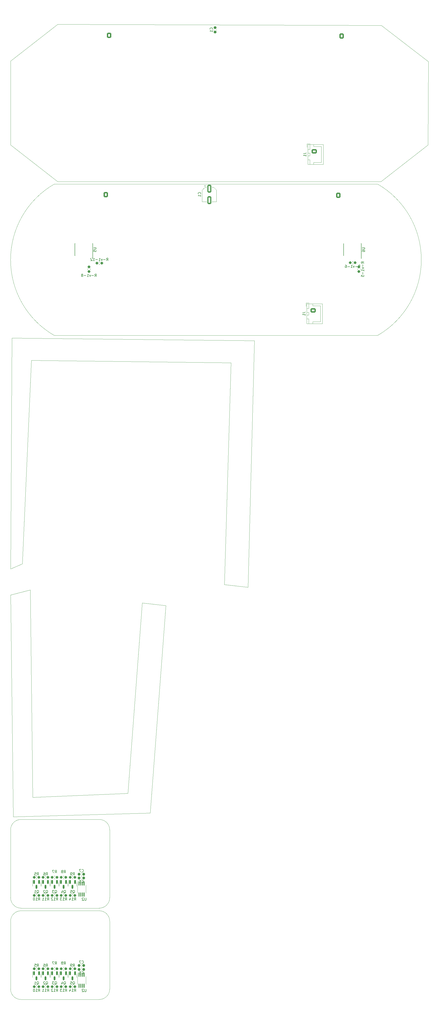
<source format=gbr>
%TF.GenerationSoftware,KiCad,Pcbnew,7.0.6-7.0.6~ubuntu20.04.1*%
%TF.CreationDate,2023-07-11T09:35:53+02:00*%
%TF.ProjectId,output_panel2023-07-11_073542.8350490000,6f757470-7574-45f7-9061-6e656c323032,rev?*%
%TF.SameCoordinates,Original*%
%TF.FileFunction,Legend,Bot*%
%TF.FilePolarity,Positive*%
%FSLAX45Y45*%
G04 Gerber Fmt 4.5, Leading zero omitted, Abs format (unit mm)*
G04 Created by KiCad (PCBNEW 7.0.6-7.0.6~ubuntu20.04.1) date 2023-07-11 09:35:53*
%MOMM*%
%LPD*%
G01*
G04 APERTURE LIST*
G04 Aperture macros list*
%AMRoundRect*
0 Rectangle with rounded corners*
0 $1 Rounding radius*
0 $2 $3 $4 $5 $6 $7 $8 $9 X,Y pos of 4 corners*
0 Add a 4 corners polygon primitive as box body*
4,1,4,$2,$3,$4,$5,$6,$7,$8,$9,$2,$3,0*
0 Add four circle primitives for the rounded corners*
1,1,$1+$1,$2,$3*
1,1,$1+$1,$4,$5*
1,1,$1+$1,$6,$7*
1,1,$1+$1,$8,$9*
0 Add four rect primitives between the rounded corners*
20,1,$1+$1,$2,$3,$4,$5,0*
20,1,$1+$1,$4,$5,$6,$7,0*
20,1,$1+$1,$6,$7,$8,$9,0*
20,1,$1+$1,$8,$9,$2,$3,0*%
G04 Aperture macros list end*
%TA.AperFunction,Profile*%
%ADD10C,0.050000*%
%TD*%
%TA.AperFunction,Profile*%
%ADD11C,0.100000*%
%TD*%
%ADD12C,0.150000*%
%ADD13C,0.120000*%
%ADD14R,1.700000X1.700000*%
%ADD15O,1.700000X1.700000*%
%ADD16RoundRect,0.250000X0.600000X0.725000X-0.600000X0.725000X-0.600000X-0.725000X0.600000X-0.725000X0*%
%ADD17O,1.700000X1.950000*%
%ADD18C,5.600000*%
%ADD19RoundRect,0.237500X-0.250000X-0.237500X0.250000X-0.237500X0.250000X0.237500X-0.250000X0.237500X0*%
%ADD20RoundRect,0.237500X0.300000X0.237500X-0.300000X0.237500X-0.300000X-0.237500X0.300000X-0.237500X0*%
%ADD21RoundRect,0.250000X-0.750000X0.600000X-0.750000X-0.600000X0.750000X-0.600000X0.750000X0.600000X0*%
%ADD22O,2.000000X1.700000*%
%ADD23R,0.400000X1.000000*%
%ADD24RoundRect,0.150000X-0.150000X0.587500X-0.150000X-0.587500X0.150000X-0.587500X0.150000X0.587500X0*%
%ADD25RoundRect,0.100000X-0.100000X0.712500X-0.100000X-0.712500X0.100000X-0.712500X0.100000X0.712500X0*%
%ADD26RoundRect,0.237500X-0.237500X0.300000X-0.237500X-0.300000X0.237500X-0.300000X0.237500X0.300000X0*%
%ADD27RoundRect,0.237500X0.237500X-0.250000X0.237500X0.250000X-0.237500X0.250000X-0.237500X-0.250000X0*%
%ADD28RoundRect,0.237500X0.250000X0.237500X-0.250000X0.237500X-0.250000X-0.237500X0.250000X-0.237500X0*%
%ADD29RoundRect,0.250000X-0.550000X1.250000X-0.550000X-1.250000X0.550000X-1.250000X0.550000X1.250000X0*%
G04 APERTURE END LIST*
D10*
X4549997Y-29518003D02*
X899996Y-29668003D01*
D11*
X1723822Y-6170000D02*
X14123822Y-6170000D01*
D10*
X9149999Y-21619997D02*
X8249999Y-21519997D01*
D11*
X3450000Y-33917982D02*
G75*
G03*
X3850000Y-33517982I0J400000D01*
G01*
X50000Y-1450000D02*
X1850000Y-50000D01*
D10*
X8249999Y-21519997D02*
X8499999Y-13019997D01*
X49996Y-21918003D02*
X149997Y-30418003D01*
D11*
X16050000Y-4670000D02*
X14250000Y-6070000D01*
X50000Y-37017982D02*
G75*
G03*
X450000Y-37417982I400000J0D01*
G01*
D10*
X1723822Y-6170000D02*
G75*
G03*
X1723822Y-11970000I1674316J-2900000D01*
G01*
D11*
X3849998Y-34417982D02*
G75*
G03*
X3450000Y-34017982I-399998J2D01*
G01*
D10*
X9399999Y-12169997D02*
X9149999Y-21619997D01*
D11*
X14250000Y-6070000D02*
X1850000Y-6070000D01*
D10*
X5999996Y-22318003D02*
X5099997Y-22218003D01*
D11*
X1850000Y-50000D02*
X14270000Y-90000D01*
X450000Y-30517982D02*
G75*
G03*
X50000Y-30917982I0J-400000D01*
G01*
X3849998Y-30917982D02*
G75*
G03*
X3450000Y-30517982I-399998J2D01*
G01*
X3450000Y-37417982D02*
X450000Y-37417982D01*
X450000Y-34017982D02*
G75*
G03*
X50000Y-34417982I0J-400000D01*
G01*
D10*
X8499999Y-13019997D02*
X849999Y-12919997D01*
D11*
X50000Y-33517982D02*
G75*
G03*
X450000Y-33917982I400000J0D01*
G01*
D10*
X14123822Y-11970000D02*
G75*
G03*
X14123822Y-6170000I-1674316J2900000D01*
G01*
X499999Y-20719997D02*
X49999Y-20919997D01*
D11*
X3450000Y-33917982D02*
X450000Y-33917982D01*
X14270000Y-90000D02*
X16070000Y-1480000D01*
D10*
X49999Y-20919997D02*
X99999Y-12069997D01*
D11*
X3450000Y-37417982D02*
G75*
G03*
X3850000Y-37017982I0J400000D01*
G01*
X450000Y-30517982D02*
X3450000Y-30517982D01*
D10*
X99999Y-12069997D02*
X9399999Y-12169997D01*
X5399997Y-30268003D02*
X5999996Y-22318003D01*
X799996Y-21718003D02*
X49996Y-21918003D01*
X149997Y-30418003D02*
X5399997Y-30268003D01*
D11*
X50000Y-37017982D02*
X50000Y-34417982D01*
X16070000Y-1480000D02*
X16050000Y-4670000D01*
D10*
X899996Y-29668003D02*
X799996Y-21718003D01*
D11*
X1723822Y-11970000D02*
X14123822Y-11970000D01*
D10*
X849999Y-12919997D02*
X499999Y-20719997D01*
D11*
X3850000Y-30917982D02*
X3850000Y-33517982D01*
X3850000Y-34417982D02*
X3850000Y-37017982D01*
X1850000Y-6070000D02*
X50000Y-4670000D01*
D10*
X5099997Y-22218003D02*
X4549997Y-29518003D01*
D11*
X450000Y-34017982D02*
X3450000Y-34017982D01*
X50000Y-4670000D02*
X50000Y-1450000D01*
X50000Y-33517982D02*
X50000Y-30917982D01*
D12*
X13391013Y-9368482D02*
X13424346Y-9320863D01*
X13448155Y-9368482D02*
X13448155Y-9268482D01*
X13448155Y-9268482D02*
X13410060Y-9268482D01*
X13410060Y-9268482D02*
X13400536Y-9273244D01*
X13400536Y-9273244D02*
X13395774Y-9278005D01*
X13395774Y-9278005D02*
X13391013Y-9287529D01*
X13391013Y-9287529D02*
X13391013Y-9301815D01*
X13391013Y-9301815D02*
X13395774Y-9311339D01*
X13395774Y-9311339D02*
X13400536Y-9316101D01*
X13400536Y-9316101D02*
X13410060Y-9320863D01*
X13410060Y-9320863D02*
X13448155Y-9320863D01*
X13348155Y-9330386D02*
X13271965Y-9330386D01*
X13233870Y-9301815D02*
X13210060Y-9368482D01*
X13210060Y-9368482D02*
X13186251Y-9301815D01*
X13095774Y-9368482D02*
X13152917Y-9368482D01*
X13124346Y-9368482D02*
X13124346Y-9268482D01*
X13124346Y-9268482D02*
X13133870Y-9282767D01*
X13133870Y-9282767D02*
X13143393Y-9292291D01*
X13143393Y-9292291D02*
X13152917Y-9297053D01*
X13052917Y-9330386D02*
X12976727Y-9330386D01*
X12886251Y-9268482D02*
X12905298Y-9268482D01*
X12905298Y-9268482D02*
X12914822Y-9273244D01*
X12914822Y-9273244D02*
X12919584Y-9278005D01*
X12919584Y-9278005D02*
X12929108Y-9292291D01*
X12929108Y-9292291D02*
X12933870Y-9311339D01*
X12933870Y-9311339D02*
X12933870Y-9349434D01*
X12933870Y-9349434D02*
X12929108Y-9358958D01*
X12929108Y-9358958D02*
X12924346Y-9363720D01*
X12924346Y-9363720D02*
X12914822Y-9368482D01*
X12914822Y-9368482D02*
X12895774Y-9368482D01*
X12895774Y-9368482D02*
X12886251Y-9363720D01*
X12886251Y-9363720D02*
X12881489Y-9358958D01*
X12881489Y-9358958D02*
X12876727Y-9349434D01*
X12876727Y-9349434D02*
X12876727Y-9325624D01*
X12876727Y-9325624D02*
X12881489Y-9316101D01*
X12881489Y-9316101D02*
X12886251Y-9311339D01*
X12886251Y-9311339D02*
X12895774Y-9306577D01*
X12895774Y-9306577D02*
X12914822Y-9306577D01*
X12914822Y-9306577D02*
X12924346Y-9311339D01*
X12924346Y-9311339D02*
X12929108Y-9316101D01*
X12929108Y-9316101D02*
X12933870Y-9325624D01*
X2781667Y-36023940D02*
X2786429Y-36028702D01*
X2786429Y-36028702D02*
X2800714Y-36033464D01*
X2800714Y-36033464D02*
X2810238Y-36033464D01*
X2810238Y-36033464D02*
X2824524Y-36028702D01*
X2824524Y-36028702D02*
X2834047Y-36019178D01*
X2834047Y-36019178D02*
X2838809Y-36009655D01*
X2838809Y-36009655D02*
X2843571Y-35990607D01*
X2843571Y-35990607D02*
X2843571Y-35976321D01*
X2843571Y-35976321D02*
X2838809Y-35957274D01*
X2838809Y-35957274D02*
X2834047Y-35947750D01*
X2834047Y-35947750D02*
X2824524Y-35938226D01*
X2824524Y-35938226D02*
X2810238Y-35933464D01*
X2810238Y-35933464D02*
X2800714Y-35933464D01*
X2800714Y-35933464D02*
X2786429Y-35938226D01*
X2786429Y-35938226D02*
X2781667Y-35942988D01*
X2748333Y-35933464D02*
X2681667Y-35933464D01*
X2681667Y-35933464D02*
X2724524Y-36033464D01*
X1799286Y-33616464D02*
X1832619Y-33568845D01*
X1856428Y-33616464D02*
X1856428Y-33516464D01*
X1856428Y-33516464D02*
X1818333Y-33516464D01*
X1818333Y-33516464D02*
X1808809Y-33521226D01*
X1808809Y-33521226D02*
X1804048Y-33525988D01*
X1804048Y-33525988D02*
X1799286Y-33535512D01*
X1799286Y-33535512D02*
X1799286Y-33549797D01*
X1799286Y-33549797D02*
X1804048Y-33559321D01*
X1804048Y-33559321D02*
X1808809Y-33564083D01*
X1808809Y-33564083D02*
X1818333Y-33568845D01*
X1818333Y-33568845D02*
X1856428Y-33568845D01*
X1704048Y-33616464D02*
X1761190Y-33616464D01*
X1732619Y-33616464D02*
X1732619Y-33516464D01*
X1732619Y-33516464D02*
X1742143Y-33530750D01*
X1742143Y-33530750D02*
X1751667Y-33540274D01*
X1751667Y-33540274D02*
X1761190Y-33545036D01*
X1665952Y-33525988D02*
X1661190Y-33521226D01*
X1661190Y-33521226D02*
X1651667Y-33516464D01*
X1651667Y-33516464D02*
X1627857Y-33516464D01*
X1627857Y-33516464D02*
X1618333Y-33521226D01*
X1618333Y-33521226D02*
X1613571Y-33525988D01*
X1613571Y-33525988D02*
X1608809Y-33535512D01*
X1608809Y-33535512D02*
X1608809Y-33545036D01*
X1608809Y-33545036D02*
X1613571Y-33559321D01*
X1613571Y-33559321D02*
X1670714Y-33616464D01*
X1670714Y-33616464D02*
X1608809Y-33616464D01*
X1751667Y-32568464D02*
X1785000Y-32520845D01*
X1808809Y-32568464D02*
X1808809Y-32468464D01*
X1808809Y-32468464D02*
X1770714Y-32468464D01*
X1770714Y-32468464D02*
X1761190Y-32473226D01*
X1761190Y-32473226D02*
X1756428Y-32477988D01*
X1756428Y-32477988D02*
X1751667Y-32487512D01*
X1751667Y-32487512D02*
X1751667Y-32501797D01*
X1751667Y-32501797D02*
X1756428Y-32511321D01*
X1756428Y-32511321D02*
X1761190Y-32516083D01*
X1761190Y-32516083D02*
X1770714Y-32520845D01*
X1770714Y-32520845D02*
X1808809Y-32520845D01*
X1718333Y-32468464D02*
X1651667Y-32468464D01*
X1651667Y-32468464D02*
X1694524Y-32568464D01*
X1406667Y-36153464D02*
X1440000Y-36105845D01*
X1463809Y-36153464D02*
X1463809Y-36053464D01*
X1463809Y-36053464D02*
X1425714Y-36053464D01*
X1425714Y-36053464D02*
X1416190Y-36058226D01*
X1416190Y-36058226D02*
X1411428Y-36062988D01*
X1411428Y-36062988D02*
X1406667Y-36072512D01*
X1406667Y-36072512D02*
X1406667Y-36086798D01*
X1406667Y-36086798D02*
X1411428Y-36096321D01*
X1411428Y-36096321D02*
X1416190Y-36101083D01*
X1416190Y-36101083D02*
X1425714Y-36105845D01*
X1425714Y-36105845D02*
X1463809Y-36105845D01*
X1320952Y-36053464D02*
X1340000Y-36053464D01*
X1340000Y-36053464D02*
X1349524Y-36058226D01*
X1349524Y-36058226D02*
X1354286Y-36062988D01*
X1354286Y-36062988D02*
X1363809Y-36077274D01*
X1363809Y-36077274D02*
X1368571Y-36096321D01*
X1368571Y-36096321D02*
X1368571Y-36134417D01*
X1368571Y-36134417D02*
X1363809Y-36143940D01*
X1363809Y-36143940D02*
X1359048Y-36148702D01*
X1359048Y-36148702D02*
X1349524Y-36153464D01*
X1349524Y-36153464D02*
X1330476Y-36153464D01*
X1330476Y-36153464D02*
X1320952Y-36148702D01*
X1320952Y-36148702D02*
X1316190Y-36143940D01*
X1316190Y-36143940D02*
X1311429Y-36134417D01*
X1311429Y-36134417D02*
X1311429Y-36110607D01*
X1311429Y-36110607D02*
X1316190Y-36101083D01*
X1316190Y-36101083D02*
X1320952Y-36096321D01*
X1320952Y-36096321D02*
X1330476Y-36091559D01*
X1330476Y-36091559D02*
X1349524Y-36091559D01*
X1349524Y-36091559D02*
X1359048Y-36096321D01*
X1359048Y-36096321D02*
X1363809Y-36101083D01*
X1363809Y-36101083D02*
X1368571Y-36110607D01*
X11280482Y-5001666D02*
X11351910Y-5001666D01*
X11351910Y-5001666D02*
X11366196Y-4996904D01*
X11366196Y-4996904D02*
X11375720Y-4987381D01*
X11375720Y-4987381D02*
X11380482Y-4973095D01*
X11380482Y-4973095D02*
X11380482Y-4963571D01*
X11380482Y-5101666D02*
X11380482Y-5044524D01*
X11380482Y-5073095D02*
X11280482Y-5073095D01*
X11280482Y-5073095D02*
X11294768Y-5063571D01*
X11294768Y-5063571D02*
X11304291Y-5054047D01*
X11304291Y-5054047D02*
X11309053Y-5044524D01*
X2781667Y-32933940D02*
X2786429Y-32938702D01*
X2786429Y-32938702D02*
X2800714Y-32943464D01*
X2800714Y-32943464D02*
X2810238Y-32943464D01*
X2810238Y-32943464D02*
X2824524Y-32938702D01*
X2824524Y-32938702D02*
X2834047Y-32929178D01*
X2834047Y-32929178D02*
X2838809Y-32919655D01*
X2838809Y-32919655D02*
X2843571Y-32900607D01*
X2843571Y-32900607D02*
X2843571Y-32886321D01*
X2843571Y-32886321D02*
X2838809Y-32867274D01*
X2838809Y-32867274D02*
X2834047Y-32857750D01*
X2834047Y-32857750D02*
X2824524Y-32848226D01*
X2824524Y-32848226D02*
X2810238Y-32843464D01*
X2810238Y-32843464D02*
X2800714Y-32843464D01*
X2800714Y-32843464D02*
X2786429Y-32848226D01*
X2786429Y-32848226D02*
X2781667Y-32852988D01*
X2695952Y-32843464D02*
X2715000Y-32843464D01*
X2715000Y-32843464D02*
X2724524Y-32848226D01*
X2724524Y-32848226D02*
X2729286Y-32852988D01*
X2729286Y-32852988D02*
X2738809Y-32867274D01*
X2738809Y-32867274D02*
X2743571Y-32886321D01*
X2743571Y-32886321D02*
X2743571Y-32924416D01*
X2743571Y-32924416D02*
X2738809Y-32933940D01*
X2738809Y-32933940D02*
X2734048Y-32938702D01*
X2734048Y-32938702D02*
X2724524Y-32943464D01*
X2724524Y-32943464D02*
X2705476Y-32943464D01*
X2705476Y-32943464D02*
X2695952Y-32938702D01*
X2695952Y-32938702D02*
X2691190Y-32933940D01*
X2691190Y-32933940D02*
X2686429Y-32924416D01*
X2686429Y-32924416D02*
X2686429Y-32900607D01*
X2686429Y-32900607D02*
X2691190Y-32891083D01*
X2691190Y-32891083D02*
X2695952Y-32886321D01*
X2695952Y-32886321D02*
X2705476Y-32881559D01*
X2705476Y-32881559D02*
X2724524Y-32881559D01*
X2724524Y-32881559D02*
X2734048Y-32886321D01*
X2734048Y-32886321D02*
X2738809Y-32891083D01*
X2738809Y-32891083D02*
X2743571Y-32900607D01*
X1406667Y-32653464D02*
X1440000Y-32605845D01*
X1463809Y-32653464D02*
X1463809Y-32553464D01*
X1463809Y-32553464D02*
X1425714Y-32553464D01*
X1425714Y-32553464D02*
X1416190Y-32558226D01*
X1416190Y-32558226D02*
X1411428Y-32562988D01*
X1411428Y-32562988D02*
X1406667Y-32572512D01*
X1406667Y-32572512D02*
X1406667Y-32586797D01*
X1406667Y-32586797D02*
X1411428Y-32596321D01*
X1411428Y-32596321D02*
X1416190Y-32601083D01*
X1416190Y-32601083D02*
X1425714Y-32605845D01*
X1425714Y-32605845D02*
X1463809Y-32605845D01*
X1320952Y-32553464D02*
X1340000Y-32553464D01*
X1340000Y-32553464D02*
X1349524Y-32558226D01*
X1349524Y-32558226D02*
X1354286Y-32562988D01*
X1354286Y-32562988D02*
X1363809Y-32577274D01*
X1363809Y-32577274D02*
X1368571Y-32596321D01*
X1368571Y-32596321D02*
X1368571Y-32634416D01*
X1368571Y-32634416D02*
X1363809Y-32643940D01*
X1363809Y-32643940D02*
X1359048Y-32648702D01*
X1359048Y-32648702D02*
X1349524Y-32653464D01*
X1349524Y-32653464D02*
X1330476Y-32653464D01*
X1330476Y-32653464D02*
X1320952Y-32648702D01*
X1320952Y-32648702D02*
X1316190Y-32643940D01*
X1316190Y-32643940D02*
X1311429Y-32634416D01*
X1311429Y-32634416D02*
X1311429Y-32610607D01*
X1311429Y-32610607D02*
X1316190Y-32601083D01*
X1316190Y-32601083D02*
X1320952Y-32596321D01*
X1320952Y-32596321D02*
X1330476Y-32591559D01*
X1330476Y-32591559D02*
X1349524Y-32591559D01*
X1349524Y-32591559D02*
X1359048Y-32596321D01*
X1359048Y-32596321D02*
X1363809Y-32601083D01*
X1363809Y-32601083D02*
X1368571Y-32610607D01*
X2441667Y-32653464D02*
X2475000Y-32605845D01*
X2498809Y-32653464D02*
X2498809Y-32553464D01*
X2498809Y-32553464D02*
X2460714Y-32553464D01*
X2460714Y-32553464D02*
X2451190Y-32558226D01*
X2451190Y-32558226D02*
X2446429Y-32562988D01*
X2446429Y-32562988D02*
X2441667Y-32572512D01*
X2441667Y-32572512D02*
X2441667Y-32586797D01*
X2441667Y-32586797D02*
X2446429Y-32596321D01*
X2446429Y-32596321D02*
X2451190Y-32601083D01*
X2451190Y-32601083D02*
X2460714Y-32605845D01*
X2460714Y-32605845D02*
X2498809Y-32605845D01*
X2394048Y-32653464D02*
X2375000Y-32653464D01*
X2375000Y-32653464D02*
X2365476Y-32648702D01*
X2365476Y-32648702D02*
X2360714Y-32643940D01*
X2360714Y-32643940D02*
X2351190Y-32629655D01*
X2351190Y-32629655D02*
X2346429Y-32610607D01*
X2346429Y-32610607D02*
X2346429Y-32572512D01*
X2346429Y-32572512D02*
X2351190Y-32562988D01*
X2351190Y-32562988D02*
X2355952Y-32558226D01*
X2355952Y-32558226D02*
X2365476Y-32553464D01*
X2365476Y-32553464D02*
X2384524Y-32553464D01*
X2384524Y-32553464D02*
X2394048Y-32558226D01*
X2394048Y-32558226D02*
X2398809Y-32562988D01*
X2398809Y-32562988D02*
X2403571Y-32572512D01*
X2403571Y-32572512D02*
X2403571Y-32596321D01*
X2403571Y-32596321D02*
X2398809Y-32605845D01*
X2398809Y-32605845D02*
X2394048Y-32610607D01*
X2394048Y-32610607D02*
X2384524Y-32615369D01*
X2384524Y-32615369D02*
X2365476Y-32615369D01*
X2365476Y-32615369D02*
X2355952Y-32610607D01*
X2355952Y-32610607D02*
X2351190Y-32605845D01*
X2351190Y-32605845D02*
X2346429Y-32596321D01*
X13530304Y-8603809D02*
X13611256Y-8603809D01*
X13611256Y-8603809D02*
X13620780Y-8608571D01*
X13620780Y-8608571D02*
X13625542Y-8613333D01*
X13625542Y-8613333D02*
X13630304Y-8622857D01*
X13630304Y-8622857D02*
X13630304Y-8641904D01*
X13630304Y-8641904D02*
X13625542Y-8651428D01*
X13625542Y-8651428D02*
X13620780Y-8656190D01*
X13620780Y-8656190D02*
X13611256Y-8660952D01*
X13611256Y-8660952D02*
X13530304Y-8660952D01*
X13530304Y-8751428D02*
X13530304Y-8732381D01*
X13530304Y-8732381D02*
X13535066Y-8722857D01*
X13535066Y-8722857D02*
X13539828Y-8718095D01*
X13539828Y-8718095D02*
X13554114Y-8708571D01*
X13554114Y-8708571D02*
X13573161Y-8703809D01*
X13573161Y-8703809D02*
X13611256Y-8703809D01*
X13611256Y-8703809D02*
X13620780Y-8708571D01*
X13620780Y-8708571D02*
X13625542Y-8713333D01*
X13625542Y-8713333D02*
X13630304Y-8722857D01*
X13630304Y-8722857D02*
X13630304Y-8741904D01*
X13630304Y-8741904D02*
X13625542Y-8751428D01*
X13625542Y-8751428D02*
X13620780Y-8756190D01*
X13620780Y-8756190D02*
X13611256Y-8760952D01*
X13611256Y-8760952D02*
X13587447Y-8760952D01*
X13587447Y-8760952D02*
X13577923Y-8756190D01*
X13577923Y-8756190D02*
X13573161Y-8751428D01*
X13573161Y-8751428D02*
X13568399Y-8741904D01*
X13568399Y-8741904D02*
X13568399Y-8722857D01*
X13568399Y-8722857D02*
X13573161Y-8713333D01*
X13573161Y-8713333D02*
X13577923Y-8708571D01*
X13577923Y-8708571D02*
X13587447Y-8703809D01*
X1751667Y-36068464D02*
X1785000Y-36020845D01*
X1808809Y-36068464D02*
X1808809Y-35968464D01*
X1808809Y-35968464D02*
X1770714Y-35968464D01*
X1770714Y-35968464D02*
X1761190Y-35973226D01*
X1761190Y-35973226D02*
X1756428Y-35977988D01*
X1756428Y-35977988D02*
X1751667Y-35987512D01*
X1751667Y-35987512D02*
X1751667Y-36001798D01*
X1751667Y-36001798D02*
X1756428Y-36011321D01*
X1756428Y-36011321D02*
X1761190Y-36016083D01*
X1761190Y-36016083D02*
X1770714Y-36020845D01*
X1770714Y-36020845D02*
X1808809Y-36020845D01*
X1718333Y-35968464D02*
X1651667Y-35968464D01*
X1651667Y-35968464D02*
X1694524Y-36068464D01*
X1054524Y-36842988D02*
X1064048Y-36838226D01*
X1064048Y-36838226D02*
X1073571Y-36828702D01*
X1073571Y-36828702D02*
X1087857Y-36814417D01*
X1087857Y-36814417D02*
X1097381Y-36809655D01*
X1097381Y-36809655D02*
X1106905Y-36809655D01*
X1102143Y-36833464D02*
X1111667Y-36828702D01*
X1111667Y-36828702D02*
X1121190Y-36819178D01*
X1121190Y-36819178D02*
X1125952Y-36800131D01*
X1125952Y-36800131D02*
X1125952Y-36766798D01*
X1125952Y-36766798D02*
X1121190Y-36747750D01*
X1121190Y-36747750D02*
X1111667Y-36738226D01*
X1111667Y-36738226D02*
X1102143Y-36733464D01*
X1102143Y-36733464D02*
X1083095Y-36733464D01*
X1083095Y-36733464D02*
X1073571Y-36738226D01*
X1073571Y-36738226D02*
X1064048Y-36747750D01*
X1064048Y-36747750D02*
X1059286Y-36766798D01*
X1059286Y-36766798D02*
X1059286Y-36800131D01*
X1059286Y-36800131D02*
X1064048Y-36819178D01*
X1064048Y-36819178D02*
X1073571Y-36828702D01*
X1073571Y-36828702D02*
X1083095Y-36833464D01*
X1083095Y-36833464D02*
X1102143Y-36833464D01*
X964048Y-36833464D02*
X1021190Y-36833464D01*
X992619Y-36833464D02*
X992619Y-36733464D01*
X992619Y-36733464D02*
X1002143Y-36747750D01*
X1002143Y-36747750D02*
X1011667Y-36757274D01*
X1011667Y-36757274D02*
X1021190Y-36762036D01*
X2096667Y-36068464D02*
X2130000Y-36020845D01*
X2153809Y-36068464D02*
X2153809Y-35968464D01*
X2153809Y-35968464D02*
X2115714Y-35968464D01*
X2115714Y-35968464D02*
X2106190Y-35973226D01*
X2106190Y-35973226D02*
X2101429Y-35977988D01*
X2101429Y-35977988D02*
X2096667Y-35987512D01*
X2096667Y-35987512D02*
X2096667Y-36001798D01*
X2096667Y-36001798D02*
X2101429Y-36011321D01*
X2101429Y-36011321D02*
X2106190Y-36016083D01*
X2106190Y-36016083D02*
X2115714Y-36020845D01*
X2115714Y-36020845D02*
X2153809Y-36020845D01*
X2039524Y-36011321D02*
X2049047Y-36006559D01*
X2049047Y-36006559D02*
X2053809Y-36001798D01*
X2053809Y-36001798D02*
X2058571Y-35992274D01*
X2058571Y-35992274D02*
X2058571Y-35987512D01*
X2058571Y-35987512D02*
X2053809Y-35977988D01*
X2053809Y-35977988D02*
X2049047Y-35973226D01*
X2049047Y-35973226D02*
X2039524Y-35968464D01*
X2039524Y-35968464D02*
X2020476Y-35968464D01*
X2020476Y-35968464D02*
X2010952Y-35973226D01*
X2010952Y-35973226D02*
X2006190Y-35977988D01*
X2006190Y-35977988D02*
X2001428Y-35987512D01*
X2001428Y-35987512D02*
X2001428Y-35992274D01*
X2001428Y-35992274D02*
X2006190Y-36001798D01*
X2006190Y-36001798D02*
X2010952Y-36006559D01*
X2010952Y-36006559D02*
X2020476Y-36011321D01*
X2020476Y-36011321D02*
X2039524Y-36011321D01*
X2039524Y-36011321D02*
X2049047Y-36016083D01*
X2049047Y-36016083D02*
X2053809Y-36020845D01*
X2053809Y-36020845D02*
X2058571Y-36030369D01*
X2058571Y-36030369D02*
X2058571Y-36049417D01*
X2058571Y-36049417D02*
X2053809Y-36058940D01*
X2053809Y-36058940D02*
X2049047Y-36063702D01*
X2049047Y-36063702D02*
X2039524Y-36068464D01*
X2039524Y-36068464D02*
X2020476Y-36068464D01*
X2020476Y-36068464D02*
X2010952Y-36063702D01*
X2010952Y-36063702D02*
X2006190Y-36058940D01*
X2006190Y-36058940D02*
X2001428Y-36049417D01*
X2001428Y-36049417D02*
X2001428Y-36030369D01*
X2001428Y-36030369D02*
X2006190Y-36020845D01*
X2006190Y-36020845D02*
X2010952Y-36016083D01*
X2010952Y-36016083D02*
X2020476Y-36011321D01*
X2946190Y-37023464D02*
X2946190Y-37104417D01*
X2946190Y-37104417D02*
X2941428Y-37113940D01*
X2941428Y-37113940D02*
X2936667Y-37118702D01*
X2936667Y-37118702D02*
X2927143Y-37123464D01*
X2927143Y-37123464D02*
X2908095Y-37123464D01*
X2908095Y-37123464D02*
X2898571Y-37118702D01*
X2898571Y-37118702D02*
X2893809Y-37113940D01*
X2893809Y-37113940D02*
X2889048Y-37104417D01*
X2889048Y-37104417D02*
X2889048Y-37023464D01*
X2846190Y-37032988D02*
X2841428Y-37028226D01*
X2841428Y-37028226D02*
X2831905Y-37023464D01*
X2831905Y-37023464D02*
X2808095Y-37023464D01*
X2808095Y-37023464D02*
X2798571Y-37028226D01*
X2798571Y-37028226D02*
X2793810Y-37032988D01*
X2793810Y-37032988D02*
X2789048Y-37042512D01*
X2789048Y-37042512D02*
X2789048Y-37052036D01*
X2789048Y-37052036D02*
X2793810Y-37066321D01*
X2793810Y-37066321D02*
X2850952Y-37123464D01*
X2850952Y-37123464D02*
X2789048Y-37123464D01*
X1399524Y-36842988D02*
X1409048Y-36838226D01*
X1409048Y-36838226D02*
X1418571Y-36828702D01*
X1418571Y-36828702D02*
X1432857Y-36814417D01*
X1432857Y-36814417D02*
X1442381Y-36809655D01*
X1442381Y-36809655D02*
X1451905Y-36809655D01*
X1447143Y-36833464D02*
X1456667Y-36828702D01*
X1456667Y-36828702D02*
X1466190Y-36819178D01*
X1466190Y-36819178D02*
X1470952Y-36800131D01*
X1470952Y-36800131D02*
X1470952Y-36766798D01*
X1470952Y-36766798D02*
X1466190Y-36747750D01*
X1466190Y-36747750D02*
X1456667Y-36738226D01*
X1456667Y-36738226D02*
X1447143Y-36733464D01*
X1447143Y-36733464D02*
X1428095Y-36733464D01*
X1428095Y-36733464D02*
X1418571Y-36738226D01*
X1418571Y-36738226D02*
X1409048Y-36747750D01*
X1409048Y-36747750D02*
X1404286Y-36766798D01*
X1404286Y-36766798D02*
X1404286Y-36800131D01*
X1404286Y-36800131D02*
X1409048Y-36819178D01*
X1409048Y-36819178D02*
X1418571Y-36828702D01*
X1418571Y-36828702D02*
X1428095Y-36833464D01*
X1428095Y-36833464D02*
X1447143Y-36833464D01*
X1366190Y-36742988D02*
X1361429Y-36738226D01*
X1361429Y-36738226D02*
X1351905Y-36733464D01*
X1351905Y-36733464D02*
X1328095Y-36733464D01*
X1328095Y-36733464D02*
X1318571Y-36738226D01*
X1318571Y-36738226D02*
X1313810Y-36742988D01*
X1313810Y-36742988D02*
X1309048Y-36752512D01*
X1309048Y-36752512D02*
X1309048Y-36762036D01*
X1309048Y-36762036D02*
X1313810Y-36776321D01*
X1313810Y-36776321D02*
X1370952Y-36833464D01*
X1370952Y-36833464D02*
X1309048Y-36833464D01*
X2489286Y-37116464D02*
X2522619Y-37068845D01*
X2546429Y-37116464D02*
X2546429Y-37016464D01*
X2546429Y-37016464D02*
X2508333Y-37016464D01*
X2508333Y-37016464D02*
X2498810Y-37021226D01*
X2498810Y-37021226D02*
X2494048Y-37025988D01*
X2494048Y-37025988D02*
X2489286Y-37035512D01*
X2489286Y-37035512D02*
X2489286Y-37049798D01*
X2489286Y-37049798D02*
X2494048Y-37059321D01*
X2494048Y-37059321D02*
X2498810Y-37064083D01*
X2498810Y-37064083D02*
X2508333Y-37068845D01*
X2508333Y-37068845D02*
X2546429Y-37068845D01*
X2394048Y-37116464D02*
X2451190Y-37116464D01*
X2422619Y-37116464D02*
X2422619Y-37016464D01*
X2422619Y-37016464D02*
X2432143Y-37030750D01*
X2432143Y-37030750D02*
X2441667Y-37040274D01*
X2441667Y-37040274D02*
X2451190Y-37045036D01*
X2308333Y-37049798D02*
X2308333Y-37116464D01*
X2332143Y-37011702D02*
X2355952Y-37083131D01*
X2355952Y-37083131D02*
X2294048Y-37083131D01*
X2441667Y-36153464D02*
X2475000Y-36105845D01*
X2498809Y-36153464D02*
X2498809Y-36053464D01*
X2498809Y-36053464D02*
X2460714Y-36053464D01*
X2460714Y-36053464D02*
X2451190Y-36058226D01*
X2451190Y-36058226D02*
X2446429Y-36062988D01*
X2446429Y-36062988D02*
X2441667Y-36072512D01*
X2441667Y-36072512D02*
X2441667Y-36086798D01*
X2441667Y-36086798D02*
X2446429Y-36096321D01*
X2446429Y-36096321D02*
X2451190Y-36101083D01*
X2451190Y-36101083D02*
X2460714Y-36105845D01*
X2460714Y-36105845D02*
X2498809Y-36105845D01*
X2394048Y-36153464D02*
X2375000Y-36153464D01*
X2375000Y-36153464D02*
X2365476Y-36148702D01*
X2365476Y-36148702D02*
X2360714Y-36143940D01*
X2360714Y-36143940D02*
X2351190Y-36129655D01*
X2351190Y-36129655D02*
X2346429Y-36110607D01*
X2346429Y-36110607D02*
X2346429Y-36072512D01*
X2346429Y-36072512D02*
X2351190Y-36062988D01*
X2351190Y-36062988D02*
X2355952Y-36058226D01*
X2355952Y-36058226D02*
X2365476Y-36053464D01*
X2365476Y-36053464D02*
X2384524Y-36053464D01*
X2384524Y-36053464D02*
X2394048Y-36058226D01*
X2394048Y-36058226D02*
X2398809Y-36062988D01*
X2398809Y-36062988D02*
X2403571Y-36072512D01*
X2403571Y-36072512D02*
X2403571Y-36096321D01*
X2403571Y-36096321D02*
X2398809Y-36105845D01*
X2398809Y-36105845D02*
X2394048Y-36110607D01*
X2394048Y-36110607D02*
X2384524Y-36115369D01*
X2384524Y-36115369D02*
X2365476Y-36115369D01*
X2365476Y-36115369D02*
X2355952Y-36110607D01*
X2355952Y-36110607D02*
X2351190Y-36105845D01*
X2351190Y-36105845D02*
X2346429Y-36096321D01*
X7782958Y-239583D02*
X7787720Y-234821D01*
X7787720Y-234821D02*
X7792482Y-220535D01*
X7792482Y-220535D02*
X7792482Y-211012D01*
X7792482Y-211012D02*
X7787720Y-196726D01*
X7787720Y-196726D02*
X7778196Y-187202D01*
X7778196Y-187202D02*
X7768672Y-182440D01*
X7768672Y-182440D02*
X7749625Y-177678D01*
X7749625Y-177678D02*
X7735339Y-177678D01*
X7735339Y-177678D02*
X7716291Y-182440D01*
X7716291Y-182440D02*
X7706768Y-187202D01*
X7706768Y-187202D02*
X7697244Y-196726D01*
X7697244Y-196726D02*
X7692482Y-211012D01*
X7692482Y-211012D02*
X7692482Y-220535D01*
X7692482Y-220535D02*
X7697244Y-234821D01*
X7697244Y-234821D02*
X7702006Y-239583D01*
X7792482Y-334821D02*
X7792482Y-277678D01*
X7792482Y-306250D02*
X7692482Y-306250D01*
X7692482Y-306250D02*
X7706768Y-296726D01*
X7706768Y-296726D02*
X7716291Y-287202D01*
X7716291Y-287202D02*
X7721053Y-277678D01*
X2489286Y-33616464D02*
X2522619Y-33568845D01*
X2546429Y-33616464D02*
X2546429Y-33516464D01*
X2546429Y-33516464D02*
X2508333Y-33516464D01*
X2508333Y-33516464D02*
X2498810Y-33521226D01*
X2498810Y-33521226D02*
X2494048Y-33525988D01*
X2494048Y-33525988D02*
X2489286Y-33535512D01*
X2489286Y-33535512D02*
X2489286Y-33549797D01*
X2489286Y-33549797D02*
X2494048Y-33559321D01*
X2494048Y-33559321D02*
X2498810Y-33564083D01*
X2498810Y-33564083D02*
X2508333Y-33568845D01*
X2508333Y-33568845D02*
X2546429Y-33568845D01*
X2394048Y-33616464D02*
X2451190Y-33616464D01*
X2422619Y-33616464D02*
X2422619Y-33516464D01*
X2422619Y-33516464D02*
X2432143Y-33530750D01*
X2432143Y-33530750D02*
X2441667Y-33540274D01*
X2441667Y-33540274D02*
X2451190Y-33545036D01*
X2308333Y-33549797D02*
X2308333Y-33616464D01*
X2332143Y-33511702D02*
X2355952Y-33583131D01*
X2355952Y-33583131D02*
X2294048Y-33583131D01*
X1399524Y-33342988D02*
X1409048Y-33338226D01*
X1409048Y-33338226D02*
X1418571Y-33328702D01*
X1418571Y-33328702D02*
X1432857Y-33314416D01*
X1432857Y-33314416D02*
X1442381Y-33309655D01*
X1442381Y-33309655D02*
X1451905Y-33309655D01*
X1447143Y-33333464D02*
X1456667Y-33328702D01*
X1456667Y-33328702D02*
X1466190Y-33319178D01*
X1466190Y-33319178D02*
X1470952Y-33300131D01*
X1470952Y-33300131D02*
X1470952Y-33266797D01*
X1470952Y-33266797D02*
X1466190Y-33247750D01*
X1466190Y-33247750D02*
X1456667Y-33238226D01*
X1456667Y-33238226D02*
X1447143Y-33233464D01*
X1447143Y-33233464D02*
X1428095Y-33233464D01*
X1428095Y-33233464D02*
X1418571Y-33238226D01*
X1418571Y-33238226D02*
X1409048Y-33247750D01*
X1409048Y-33247750D02*
X1404286Y-33266797D01*
X1404286Y-33266797D02*
X1404286Y-33300131D01*
X1404286Y-33300131D02*
X1409048Y-33319178D01*
X1409048Y-33319178D02*
X1418571Y-33328702D01*
X1418571Y-33328702D02*
X1428095Y-33333464D01*
X1428095Y-33333464D02*
X1447143Y-33333464D01*
X1366190Y-33242988D02*
X1361429Y-33238226D01*
X1361429Y-33238226D02*
X1351905Y-33233464D01*
X1351905Y-33233464D02*
X1328095Y-33233464D01*
X1328095Y-33233464D02*
X1318571Y-33238226D01*
X1318571Y-33238226D02*
X1313810Y-33242988D01*
X1313810Y-33242988D02*
X1309048Y-33252512D01*
X1309048Y-33252512D02*
X1309048Y-33262036D01*
X1309048Y-33262036D02*
X1313810Y-33276321D01*
X1313810Y-33276321D02*
X1370952Y-33333464D01*
X1370952Y-33333464D02*
X1309048Y-33333464D01*
X2434524Y-33342988D02*
X2444048Y-33338226D01*
X2444048Y-33338226D02*
X2453571Y-33328702D01*
X2453571Y-33328702D02*
X2467857Y-33314416D01*
X2467857Y-33314416D02*
X2477381Y-33309655D01*
X2477381Y-33309655D02*
X2486905Y-33309655D01*
X2482143Y-33333464D02*
X2491667Y-33328702D01*
X2491667Y-33328702D02*
X2501190Y-33319178D01*
X2501190Y-33319178D02*
X2505952Y-33300131D01*
X2505952Y-33300131D02*
X2505952Y-33266797D01*
X2505952Y-33266797D02*
X2501190Y-33247750D01*
X2501190Y-33247750D02*
X2491667Y-33238226D01*
X2491667Y-33238226D02*
X2482143Y-33233464D01*
X2482143Y-33233464D02*
X2463095Y-33233464D01*
X2463095Y-33233464D02*
X2453571Y-33238226D01*
X2453571Y-33238226D02*
X2444048Y-33247750D01*
X2444048Y-33247750D02*
X2439286Y-33266797D01*
X2439286Y-33266797D02*
X2439286Y-33300131D01*
X2439286Y-33300131D02*
X2444048Y-33319178D01*
X2444048Y-33319178D02*
X2453571Y-33328702D01*
X2453571Y-33328702D02*
X2463095Y-33333464D01*
X2463095Y-33333464D02*
X2482143Y-33333464D01*
X2348810Y-33233464D02*
X2396429Y-33233464D01*
X2396429Y-33233464D02*
X2401190Y-33281083D01*
X2401190Y-33281083D02*
X2396429Y-33276321D01*
X2396429Y-33276321D02*
X2386905Y-33271559D01*
X2386905Y-33271559D02*
X2363095Y-33271559D01*
X2363095Y-33271559D02*
X2353571Y-33276321D01*
X2353571Y-33276321D02*
X2348810Y-33281083D01*
X2348810Y-33281083D02*
X2344048Y-33290607D01*
X2344048Y-33290607D02*
X2344048Y-33314416D01*
X2344048Y-33314416D02*
X2348810Y-33323940D01*
X2348810Y-33323940D02*
X2353571Y-33328702D01*
X2353571Y-33328702D02*
X2363095Y-33333464D01*
X2363095Y-33333464D02*
X2386905Y-33333464D01*
X2386905Y-33333464D02*
X2396429Y-33328702D01*
X2396429Y-33328702D02*
X2401190Y-33323940D01*
X2089524Y-36842988D02*
X2099048Y-36838226D01*
X2099048Y-36838226D02*
X2108571Y-36828702D01*
X2108571Y-36828702D02*
X2122857Y-36814417D01*
X2122857Y-36814417D02*
X2132381Y-36809655D01*
X2132381Y-36809655D02*
X2141905Y-36809655D01*
X2137143Y-36833464D02*
X2146667Y-36828702D01*
X2146667Y-36828702D02*
X2156190Y-36819178D01*
X2156190Y-36819178D02*
X2160952Y-36800131D01*
X2160952Y-36800131D02*
X2160952Y-36766798D01*
X2160952Y-36766798D02*
X2156190Y-36747750D01*
X2156190Y-36747750D02*
X2146667Y-36738226D01*
X2146667Y-36738226D02*
X2137143Y-36733464D01*
X2137143Y-36733464D02*
X2118095Y-36733464D01*
X2118095Y-36733464D02*
X2108571Y-36738226D01*
X2108571Y-36738226D02*
X2099048Y-36747750D01*
X2099048Y-36747750D02*
X2094286Y-36766798D01*
X2094286Y-36766798D02*
X2094286Y-36800131D01*
X2094286Y-36800131D02*
X2099048Y-36819178D01*
X2099048Y-36819178D02*
X2108571Y-36828702D01*
X2108571Y-36828702D02*
X2118095Y-36833464D01*
X2118095Y-36833464D02*
X2137143Y-36833464D01*
X2008571Y-36766798D02*
X2008571Y-36833464D01*
X2032381Y-36728702D02*
X2056190Y-36800131D01*
X2056190Y-36800131D02*
X1994286Y-36800131D01*
X1744524Y-33342988D02*
X1754048Y-33338226D01*
X1754048Y-33338226D02*
X1763571Y-33328702D01*
X1763571Y-33328702D02*
X1777857Y-33314416D01*
X1777857Y-33314416D02*
X1787381Y-33309655D01*
X1787381Y-33309655D02*
X1796905Y-33309655D01*
X1792143Y-33333464D02*
X1801667Y-33328702D01*
X1801667Y-33328702D02*
X1811190Y-33319178D01*
X1811190Y-33319178D02*
X1815952Y-33300131D01*
X1815952Y-33300131D02*
X1815952Y-33266797D01*
X1815952Y-33266797D02*
X1811190Y-33247750D01*
X1811190Y-33247750D02*
X1801667Y-33238226D01*
X1801667Y-33238226D02*
X1792143Y-33233464D01*
X1792143Y-33233464D02*
X1773095Y-33233464D01*
X1773095Y-33233464D02*
X1763571Y-33238226D01*
X1763571Y-33238226D02*
X1754048Y-33247750D01*
X1754048Y-33247750D02*
X1749286Y-33266797D01*
X1749286Y-33266797D02*
X1749286Y-33300131D01*
X1749286Y-33300131D02*
X1754048Y-33319178D01*
X1754048Y-33319178D02*
X1763571Y-33328702D01*
X1763571Y-33328702D02*
X1773095Y-33333464D01*
X1773095Y-33333464D02*
X1792143Y-33333464D01*
X1715952Y-33233464D02*
X1654048Y-33233464D01*
X1654048Y-33233464D02*
X1687381Y-33271559D01*
X1687381Y-33271559D02*
X1673095Y-33271559D01*
X1673095Y-33271559D02*
X1663571Y-33276321D01*
X1663571Y-33276321D02*
X1658809Y-33281083D01*
X1658809Y-33281083D02*
X1654048Y-33290607D01*
X1654048Y-33290607D02*
X1654048Y-33314416D01*
X1654048Y-33314416D02*
X1658809Y-33323940D01*
X1658809Y-33323940D02*
X1663571Y-33328702D01*
X1663571Y-33328702D02*
X1673095Y-33333464D01*
X1673095Y-33333464D02*
X1701667Y-33333464D01*
X1701667Y-33333464D02*
X1711190Y-33328702D01*
X1711190Y-33328702D02*
X1715952Y-33323940D01*
X2781667Y-32523940D02*
X2786429Y-32528702D01*
X2786429Y-32528702D02*
X2800714Y-32533464D01*
X2800714Y-32533464D02*
X2810238Y-32533464D01*
X2810238Y-32533464D02*
X2824524Y-32528702D01*
X2824524Y-32528702D02*
X2834047Y-32519178D01*
X2834047Y-32519178D02*
X2838809Y-32509655D01*
X2838809Y-32509655D02*
X2843571Y-32490607D01*
X2843571Y-32490607D02*
X2843571Y-32476321D01*
X2843571Y-32476321D02*
X2838809Y-32457274D01*
X2838809Y-32457274D02*
X2834047Y-32447750D01*
X2834047Y-32447750D02*
X2824524Y-32438226D01*
X2824524Y-32438226D02*
X2810238Y-32433464D01*
X2810238Y-32433464D02*
X2800714Y-32433464D01*
X2800714Y-32433464D02*
X2786429Y-32438226D01*
X2786429Y-32438226D02*
X2781667Y-32442988D01*
X2748333Y-32433464D02*
X2681667Y-32433464D01*
X2681667Y-32433464D02*
X2724524Y-32533464D01*
X2089524Y-33342988D02*
X2099048Y-33338226D01*
X2099048Y-33338226D02*
X2108571Y-33328702D01*
X2108571Y-33328702D02*
X2122857Y-33314416D01*
X2122857Y-33314416D02*
X2132381Y-33309655D01*
X2132381Y-33309655D02*
X2141905Y-33309655D01*
X2137143Y-33333464D02*
X2146667Y-33328702D01*
X2146667Y-33328702D02*
X2156190Y-33319178D01*
X2156190Y-33319178D02*
X2160952Y-33300131D01*
X2160952Y-33300131D02*
X2160952Y-33266797D01*
X2160952Y-33266797D02*
X2156190Y-33247750D01*
X2156190Y-33247750D02*
X2146667Y-33238226D01*
X2146667Y-33238226D02*
X2137143Y-33233464D01*
X2137143Y-33233464D02*
X2118095Y-33233464D01*
X2118095Y-33233464D02*
X2108571Y-33238226D01*
X2108571Y-33238226D02*
X2099048Y-33247750D01*
X2099048Y-33247750D02*
X2094286Y-33266797D01*
X2094286Y-33266797D02*
X2094286Y-33300131D01*
X2094286Y-33300131D02*
X2099048Y-33319178D01*
X2099048Y-33319178D02*
X2108571Y-33328702D01*
X2108571Y-33328702D02*
X2118095Y-33333464D01*
X2118095Y-33333464D02*
X2137143Y-33333464D01*
X2008571Y-33266797D02*
X2008571Y-33333464D01*
X2032381Y-33228702D02*
X2056190Y-33300131D01*
X2056190Y-33300131D02*
X1994286Y-33300131D01*
X1744524Y-36842988D02*
X1754048Y-36838226D01*
X1754048Y-36838226D02*
X1763571Y-36828702D01*
X1763571Y-36828702D02*
X1777857Y-36814417D01*
X1777857Y-36814417D02*
X1787381Y-36809655D01*
X1787381Y-36809655D02*
X1796905Y-36809655D01*
X1792143Y-36833464D02*
X1801667Y-36828702D01*
X1801667Y-36828702D02*
X1811190Y-36819178D01*
X1811190Y-36819178D02*
X1815952Y-36800131D01*
X1815952Y-36800131D02*
X1815952Y-36766798D01*
X1815952Y-36766798D02*
X1811190Y-36747750D01*
X1811190Y-36747750D02*
X1801667Y-36738226D01*
X1801667Y-36738226D02*
X1792143Y-36733464D01*
X1792143Y-36733464D02*
X1773095Y-36733464D01*
X1773095Y-36733464D02*
X1763571Y-36738226D01*
X1763571Y-36738226D02*
X1754048Y-36747750D01*
X1754048Y-36747750D02*
X1749286Y-36766798D01*
X1749286Y-36766798D02*
X1749286Y-36800131D01*
X1749286Y-36800131D02*
X1754048Y-36819178D01*
X1754048Y-36819178D02*
X1763571Y-36828702D01*
X1763571Y-36828702D02*
X1773095Y-36833464D01*
X1773095Y-36833464D02*
X1792143Y-36833464D01*
X1715952Y-36733464D02*
X1654048Y-36733464D01*
X1654048Y-36733464D02*
X1687381Y-36771559D01*
X1687381Y-36771559D02*
X1673095Y-36771559D01*
X1673095Y-36771559D02*
X1663571Y-36776321D01*
X1663571Y-36776321D02*
X1658809Y-36781083D01*
X1658809Y-36781083D02*
X1654048Y-36790607D01*
X1654048Y-36790607D02*
X1654048Y-36814417D01*
X1654048Y-36814417D02*
X1658809Y-36823940D01*
X1658809Y-36823940D02*
X1663571Y-36828702D01*
X1663571Y-36828702D02*
X1673095Y-36833464D01*
X1673095Y-36833464D02*
X1701667Y-36833464D01*
X1701667Y-36833464D02*
X1711190Y-36828702D01*
X1711190Y-36828702D02*
X1715952Y-36823940D01*
X3230304Y-8603809D02*
X3311256Y-8603809D01*
X3311256Y-8603809D02*
X3320780Y-8608571D01*
X3320780Y-8608571D02*
X3325542Y-8613333D01*
X3325542Y-8613333D02*
X3330304Y-8622857D01*
X3330304Y-8622857D02*
X3330304Y-8641904D01*
X3330304Y-8641904D02*
X3325542Y-8651428D01*
X3325542Y-8651428D02*
X3320780Y-8656190D01*
X3320780Y-8656190D02*
X3311256Y-8660952D01*
X3311256Y-8660952D02*
X3230304Y-8660952D01*
X3230304Y-8756190D02*
X3230304Y-8708571D01*
X3230304Y-8708571D02*
X3277923Y-8703809D01*
X3277923Y-8703809D02*
X3273161Y-8708571D01*
X3273161Y-8708571D02*
X3268399Y-8718095D01*
X3268399Y-8718095D02*
X3268399Y-8741904D01*
X3268399Y-8741904D02*
X3273161Y-8751428D01*
X3273161Y-8751428D02*
X3277923Y-8756190D01*
X3277923Y-8756190D02*
X3287447Y-8760952D01*
X3287447Y-8760952D02*
X3311256Y-8760952D01*
X3311256Y-8760952D02*
X3320780Y-8756190D01*
X3320780Y-8756190D02*
X3325542Y-8751428D01*
X3325542Y-8751428D02*
X3330304Y-8741904D01*
X3330304Y-8741904D02*
X3330304Y-8718095D01*
X3330304Y-8718095D02*
X3325542Y-8708571D01*
X3325542Y-8708571D02*
X3320780Y-8703809D01*
X2781667Y-36433940D02*
X2786429Y-36438702D01*
X2786429Y-36438702D02*
X2800714Y-36443464D01*
X2800714Y-36443464D02*
X2810238Y-36443464D01*
X2810238Y-36443464D02*
X2824524Y-36438702D01*
X2824524Y-36438702D02*
X2834047Y-36429178D01*
X2834047Y-36429178D02*
X2838809Y-36419655D01*
X2838809Y-36419655D02*
X2843571Y-36400607D01*
X2843571Y-36400607D02*
X2843571Y-36386321D01*
X2843571Y-36386321D02*
X2838809Y-36367274D01*
X2838809Y-36367274D02*
X2834047Y-36357750D01*
X2834047Y-36357750D02*
X2824524Y-36348226D01*
X2824524Y-36348226D02*
X2810238Y-36343464D01*
X2810238Y-36343464D02*
X2800714Y-36343464D01*
X2800714Y-36343464D02*
X2786429Y-36348226D01*
X2786429Y-36348226D02*
X2781667Y-36352988D01*
X2695952Y-36343464D02*
X2715000Y-36343464D01*
X2715000Y-36343464D02*
X2724524Y-36348226D01*
X2724524Y-36348226D02*
X2729286Y-36352988D01*
X2729286Y-36352988D02*
X2738809Y-36367274D01*
X2738809Y-36367274D02*
X2743571Y-36386321D01*
X2743571Y-36386321D02*
X2743571Y-36424417D01*
X2743571Y-36424417D02*
X2738809Y-36433940D01*
X2738809Y-36433940D02*
X2734048Y-36438702D01*
X2734048Y-36438702D02*
X2724524Y-36443464D01*
X2724524Y-36443464D02*
X2705476Y-36443464D01*
X2705476Y-36443464D02*
X2695952Y-36438702D01*
X2695952Y-36438702D02*
X2691190Y-36433940D01*
X2691190Y-36433940D02*
X2686429Y-36424417D01*
X2686429Y-36424417D02*
X2686429Y-36400607D01*
X2686429Y-36400607D02*
X2691190Y-36391083D01*
X2691190Y-36391083D02*
X2695952Y-36386321D01*
X2695952Y-36386321D02*
X2705476Y-36381559D01*
X2705476Y-36381559D02*
X2724524Y-36381559D01*
X2724524Y-36381559D02*
X2734048Y-36386321D01*
X2734048Y-36386321D02*
X2738809Y-36391083D01*
X2738809Y-36391083D02*
X2743571Y-36400607D01*
X2434524Y-36842988D02*
X2444048Y-36838226D01*
X2444048Y-36838226D02*
X2453571Y-36828702D01*
X2453571Y-36828702D02*
X2467857Y-36814417D01*
X2467857Y-36814417D02*
X2477381Y-36809655D01*
X2477381Y-36809655D02*
X2486905Y-36809655D01*
X2482143Y-36833464D02*
X2491667Y-36828702D01*
X2491667Y-36828702D02*
X2501190Y-36819178D01*
X2501190Y-36819178D02*
X2505952Y-36800131D01*
X2505952Y-36800131D02*
X2505952Y-36766798D01*
X2505952Y-36766798D02*
X2501190Y-36747750D01*
X2501190Y-36747750D02*
X2491667Y-36738226D01*
X2491667Y-36738226D02*
X2482143Y-36733464D01*
X2482143Y-36733464D02*
X2463095Y-36733464D01*
X2463095Y-36733464D02*
X2453571Y-36738226D01*
X2453571Y-36738226D02*
X2444048Y-36747750D01*
X2444048Y-36747750D02*
X2439286Y-36766798D01*
X2439286Y-36766798D02*
X2439286Y-36800131D01*
X2439286Y-36800131D02*
X2444048Y-36819178D01*
X2444048Y-36819178D02*
X2453571Y-36828702D01*
X2453571Y-36828702D02*
X2463095Y-36833464D01*
X2463095Y-36833464D02*
X2482143Y-36833464D01*
X2348810Y-36733464D02*
X2396429Y-36733464D01*
X2396429Y-36733464D02*
X2401190Y-36781083D01*
X2401190Y-36781083D02*
X2396429Y-36776321D01*
X2396429Y-36776321D02*
X2386905Y-36771559D01*
X2386905Y-36771559D02*
X2363095Y-36771559D01*
X2363095Y-36771559D02*
X2353571Y-36776321D01*
X2353571Y-36776321D02*
X2348810Y-36781083D01*
X2348810Y-36781083D02*
X2344048Y-36790607D01*
X2344048Y-36790607D02*
X2344048Y-36814417D01*
X2344048Y-36814417D02*
X2348810Y-36823940D01*
X2348810Y-36823940D02*
X2353571Y-36828702D01*
X2353571Y-36828702D02*
X2363095Y-36833464D01*
X2363095Y-36833464D02*
X2386905Y-36833464D01*
X2386905Y-36833464D02*
X2396429Y-36828702D01*
X2396429Y-36828702D02*
X2401190Y-36823940D01*
X2144286Y-37116464D02*
X2177619Y-37068845D01*
X2201429Y-37116464D02*
X2201429Y-37016464D01*
X2201429Y-37016464D02*
X2163333Y-37016464D01*
X2163333Y-37016464D02*
X2153810Y-37021226D01*
X2153810Y-37021226D02*
X2149048Y-37025988D01*
X2149048Y-37025988D02*
X2144286Y-37035512D01*
X2144286Y-37035512D02*
X2144286Y-37049798D01*
X2144286Y-37049798D02*
X2149048Y-37059321D01*
X2149048Y-37059321D02*
X2153810Y-37064083D01*
X2153810Y-37064083D02*
X2163333Y-37068845D01*
X2163333Y-37068845D02*
X2201429Y-37068845D01*
X2049048Y-37116464D02*
X2106190Y-37116464D01*
X2077619Y-37116464D02*
X2077619Y-37016464D01*
X2077619Y-37016464D02*
X2087143Y-37030750D01*
X2087143Y-37030750D02*
X2096667Y-37040274D01*
X2096667Y-37040274D02*
X2106190Y-37045036D01*
X2015714Y-37016464D02*
X1953809Y-37016464D01*
X1953809Y-37016464D02*
X1987143Y-37054559D01*
X1987143Y-37054559D02*
X1972857Y-37054559D01*
X1972857Y-37054559D02*
X1963333Y-37059321D01*
X1963333Y-37059321D02*
X1958571Y-37064083D01*
X1958571Y-37064083D02*
X1953809Y-37073607D01*
X1953809Y-37073607D02*
X1953809Y-37097417D01*
X1953809Y-37097417D02*
X1958571Y-37106940D01*
X1958571Y-37106940D02*
X1963333Y-37111702D01*
X1963333Y-37111702D02*
X1972857Y-37116464D01*
X1972857Y-37116464D02*
X2001428Y-37116464D01*
X2001428Y-37116464D02*
X2010952Y-37111702D01*
X2010952Y-37111702D02*
X2015714Y-37106940D01*
X1109286Y-33616464D02*
X1142619Y-33568845D01*
X1166429Y-33616464D02*
X1166429Y-33516464D01*
X1166429Y-33516464D02*
X1128333Y-33516464D01*
X1128333Y-33516464D02*
X1118810Y-33521226D01*
X1118810Y-33521226D02*
X1114048Y-33525988D01*
X1114048Y-33525988D02*
X1109286Y-33535512D01*
X1109286Y-33535512D02*
X1109286Y-33549797D01*
X1109286Y-33549797D02*
X1114048Y-33559321D01*
X1114048Y-33559321D02*
X1118810Y-33564083D01*
X1118810Y-33564083D02*
X1128333Y-33568845D01*
X1128333Y-33568845D02*
X1166429Y-33568845D01*
X1014048Y-33616464D02*
X1071190Y-33616464D01*
X1042619Y-33616464D02*
X1042619Y-33516464D01*
X1042619Y-33516464D02*
X1052143Y-33530750D01*
X1052143Y-33530750D02*
X1061667Y-33540274D01*
X1061667Y-33540274D02*
X1071190Y-33545036D01*
X952143Y-33516464D02*
X942619Y-33516464D01*
X942619Y-33516464D02*
X933095Y-33521226D01*
X933095Y-33521226D02*
X928333Y-33525988D01*
X928333Y-33525988D02*
X923571Y-33535512D01*
X923571Y-33535512D02*
X918809Y-33554559D01*
X918809Y-33554559D02*
X918809Y-33578369D01*
X918809Y-33578369D02*
X923571Y-33597417D01*
X923571Y-33597417D02*
X928333Y-33606940D01*
X928333Y-33606940D02*
X933095Y-33611702D01*
X933095Y-33611702D02*
X942619Y-33616464D01*
X942619Y-33616464D02*
X952143Y-33616464D01*
X952143Y-33616464D02*
X961667Y-33611702D01*
X961667Y-33611702D02*
X966428Y-33606940D01*
X966428Y-33606940D02*
X971190Y-33597417D01*
X971190Y-33597417D02*
X975952Y-33578369D01*
X975952Y-33578369D02*
X975952Y-33554559D01*
X975952Y-33554559D02*
X971190Y-33535512D01*
X971190Y-33535512D02*
X966428Y-33525988D01*
X966428Y-33525988D02*
X961667Y-33521226D01*
X961667Y-33521226D02*
X952143Y-33516464D01*
X1061667Y-32653464D02*
X1095000Y-32605845D01*
X1118809Y-32653464D02*
X1118809Y-32553464D01*
X1118809Y-32553464D02*
X1080714Y-32553464D01*
X1080714Y-32553464D02*
X1071190Y-32558226D01*
X1071190Y-32558226D02*
X1066429Y-32562988D01*
X1066429Y-32562988D02*
X1061667Y-32572512D01*
X1061667Y-32572512D02*
X1061667Y-32586797D01*
X1061667Y-32586797D02*
X1066429Y-32596321D01*
X1066429Y-32596321D02*
X1071190Y-32601083D01*
X1071190Y-32601083D02*
X1080714Y-32605845D01*
X1080714Y-32605845D02*
X1118809Y-32605845D01*
X971190Y-32553464D02*
X1018809Y-32553464D01*
X1018809Y-32553464D02*
X1023571Y-32601083D01*
X1023571Y-32601083D02*
X1018809Y-32596321D01*
X1018809Y-32596321D02*
X1009286Y-32591559D01*
X1009286Y-32591559D02*
X985476Y-32591559D01*
X985476Y-32591559D02*
X975952Y-32596321D01*
X975952Y-32596321D02*
X971190Y-32601083D01*
X971190Y-32601083D02*
X966428Y-32610607D01*
X966428Y-32610607D02*
X966428Y-32634416D01*
X966428Y-32634416D02*
X971190Y-32643940D01*
X971190Y-32643940D02*
X975952Y-32648702D01*
X975952Y-32648702D02*
X985476Y-32653464D01*
X985476Y-32653464D02*
X1009286Y-32653464D01*
X1009286Y-32653464D02*
X1018809Y-32648702D01*
X1018809Y-32648702D02*
X1023571Y-32643940D01*
X2946190Y-33523464D02*
X2946190Y-33604417D01*
X2946190Y-33604417D02*
X2941428Y-33613940D01*
X2941428Y-33613940D02*
X2936667Y-33618702D01*
X2936667Y-33618702D02*
X2927143Y-33623464D01*
X2927143Y-33623464D02*
X2908095Y-33623464D01*
X2908095Y-33623464D02*
X2898571Y-33618702D01*
X2898571Y-33618702D02*
X2893809Y-33613940D01*
X2893809Y-33613940D02*
X2889048Y-33604417D01*
X2889048Y-33604417D02*
X2889048Y-33523464D01*
X2846190Y-33532988D02*
X2841428Y-33528226D01*
X2841428Y-33528226D02*
X2831905Y-33523464D01*
X2831905Y-33523464D02*
X2808095Y-33523464D01*
X2808095Y-33523464D02*
X2798571Y-33528226D01*
X2798571Y-33528226D02*
X2793810Y-33532988D01*
X2793810Y-33532988D02*
X2789048Y-33542512D01*
X2789048Y-33542512D02*
X2789048Y-33552036D01*
X2789048Y-33552036D02*
X2793810Y-33566321D01*
X2793810Y-33566321D02*
X2850952Y-33623464D01*
X2850952Y-33623464D02*
X2789048Y-33623464D01*
X1799286Y-37116464D02*
X1832619Y-37068845D01*
X1856428Y-37116464D02*
X1856428Y-37016464D01*
X1856428Y-37016464D02*
X1818333Y-37016464D01*
X1818333Y-37016464D02*
X1808809Y-37021226D01*
X1808809Y-37021226D02*
X1804048Y-37025988D01*
X1804048Y-37025988D02*
X1799286Y-37035512D01*
X1799286Y-37035512D02*
X1799286Y-37049798D01*
X1799286Y-37049798D02*
X1804048Y-37059321D01*
X1804048Y-37059321D02*
X1808809Y-37064083D01*
X1808809Y-37064083D02*
X1818333Y-37068845D01*
X1818333Y-37068845D02*
X1856428Y-37068845D01*
X1704048Y-37116464D02*
X1761190Y-37116464D01*
X1732619Y-37116464D02*
X1732619Y-37016464D01*
X1732619Y-37016464D02*
X1742143Y-37030750D01*
X1742143Y-37030750D02*
X1751667Y-37040274D01*
X1751667Y-37040274D02*
X1761190Y-37045036D01*
X1665952Y-37025988D02*
X1661190Y-37021226D01*
X1661190Y-37021226D02*
X1651667Y-37016464D01*
X1651667Y-37016464D02*
X1627857Y-37016464D01*
X1627857Y-37016464D02*
X1618333Y-37021226D01*
X1618333Y-37021226D02*
X1613571Y-37025988D01*
X1613571Y-37025988D02*
X1608809Y-37035512D01*
X1608809Y-37035512D02*
X1608809Y-37045036D01*
X1608809Y-37045036D02*
X1613571Y-37059321D01*
X1613571Y-37059321D02*
X1670714Y-37116464D01*
X1670714Y-37116464D02*
X1608809Y-37116464D01*
X2096667Y-32568464D02*
X2130000Y-32520845D01*
X2153809Y-32568464D02*
X2153809Y-32468464D01*
X2153809Y-32468464D02*
X2115714Y-32468464D01*
X2115714Y-32468464D02*
X2106190Y-32473226D01*
X2106190Y-32473226D02*
X2101429Y-32477988D01*
X2101429Y-32477988D02*
X2096667Y-32487512D01*
X2096667Y-32487512D02*
X2096667Y-32501797D01*
X2096667Y-32501797D02*
X2101429Y-32511321D01*
X2101429Y-32511321D02*
X2106190Y-32516083D01*
X2106190Y-32516083D02*
X2115714Y-32520845D01*
X2115714Y-32520845D02*
X2153809Y-32520845D01*
X2039524Y-32511321D02*
X2049047Y-32506559D01*
X2049047Y-32506559D02*
X2053809Y-32501797D01*
X2053809Y-32501797D02*
X2058571Y-32492274D01*
X2058571Y-32492274D02*
X2058571Y-32487512D01*
X2058571Y-32487512D02*
X2053809Y-32477988D01*
X2053809Y-32477988D02*
X2049047Y-32473226D01*
X2049047Y-32473226D02*
X2039524Y-32468464D01*
X2039524Y-32468464D02*
X2020476Y-32468464D01*
X2020476Y-32468464D02*
X2010952Y-32473226D01*
X2010952Y-32473226D02*
X2006190Y-32477988D01*
X2006190Y-32477988D02*
X2001428Y-32487512D01*
X2001428Y-32487512D02*
X2001428Y-32492274D01*
X2001428Y-32492274D02*
X2006190Y-32501797D01*
X2006190Y-32501797D02*
X2010952Y-32506559D01*
X2010952Y-32506559D02*
X2020476Y-32511321D01*
X2020476Y-32511321D02*
X2039524Y-32511321D01*
X2039524Y-32511321D02*
X2049047Y-32516083D01*
X2049047Y-32516083D02*
X2053809Y-32520845D01*
X2053809Y-32520845D02*
X2058571Y-32530369D01*
X2058571Y-32530369D02*
X2058571Y-32549416D01*
X2058571Y-32549416D02*
X2053809Y-32558940D01*
X2053809Y-32558940D02*
X2049047Y-32563702D01*
X2049047Y-32563702D02*
X2039524Y-32568464D01*
X2039524Y-32568464D02*
X2020476Y-32568464D01*
X2020476Y-32568464D02*
X2010952Y-32563702D01*
X2010952Y-32563702D02*
X2006190Y-32558940D01*
X2006190Y-32558940D02*
X2001428Y-32549416D01*
X2001428Y-32549416D02*
X2001428Y-32530369D01*
X2001428Y-32530369D02*
X2006190Y-32520845D01*
X2006190Y-32520845D02*
X2010952Y-32516083D01*
X2010952Y-32516083D02*
X2020476Y-32511321D01*
X1454286Y-37116464D02*
X1487619Y-37068845D01*
X1511428Y-37116464D02*
X1511428Y-37016464D01*
X1511428Y-37016464D02*
X1473333Y-37016464D01*
X1473333Y-37016464D02*
X1463809Y-37021226D01*
X1463809Y-37021226D02*
X1459048Y-37025988D01*
X1459048Y-37025988D02*
X1454286Y-37035512D01*
X1454286Y-37035512D02*
X1454286Y-37049798D01*
X1454286Y-37049798D02*
X1459048Y-37059321D01*
X1459048Y-37059321D02*
X1463809Y-37064083D01*
X1463809Y-37064083D02*
X1473333Y-37068845D01*
X1473333Y-37068845D02*
X1511428Y-37068845D01*
X1359048Y-37116464D02*
X1416190Y-37116464D01*
X1387619Y-37116464D02*
X1387619Y-37016464D01*
X1387619Y-37016464D02*
X1397143Y-37030750D01*
X1397143Y-37030750D02*
X1406667Y-37040274D01*
X1406667Y-37040274D02*
X1416190Y-37045036D01*
X1263810Y-37116464D02*
X1320952Y-37116464D01*
X1292381Y-37116464D02*
X1292381Y-37016464D01*
X1292381Y-37016464D02*
X1301905Y-37030750D01*
X1301905Y-37030750D02*
X1311429Y-37040274D01*
X1311429Y-37040274D02*
X1320952Y-37045036D01*
X3280013Y-9713482D02*
X3313346Y-9665863D01*
X3337155Y-9713482D02*
X3337155Y-9613482D01*
X3337155Y-9613482D02*
X3299060Y-9613482D01*
X3299060Y-9613482D02*
X3289536Y-9618244D01*
X3289536Y-9618244D02*
X3284774Y-9623005D01*
X3284774Y-9623005D02*
X3280013Y-9632529D01*
X3280013Y-9632529D02*
X3280013Y-9646815D01*
X3280013Y-9646815D02*
X3284774Y-9656339D01*
X3284774Y-9656339D02*
X3289536Y-9661101D01*
X3289536Y-9661101D02*
X3299060Y-9665863D01*
X3299060Y-9665863D02*
X3337155Y-9665863D01*
X3237155Y-9675386D02*
X3160965Y-9675386D01*
X3122870Y-9646815D02*
X3099060Y-9713482D01*
X3099060Y-9713482D02*
X3075251Y-9646815D01*
X2984774Y-9713482D02*
X3041917Y-9713482D01*
X3013346Y-9713482D02*
X3013346Y-9613482D01*
X3013346Y-9613482D02*
X3022870Y-9627767D01*
X3022870Y-9627767D02*
X3032393Y-9637291D01*
X3032393Y-9637291D02*
X3041917Y-9642053D01*
X2941917Y-9675386D02*
X2865727Y-9675386D01*
X2803822Y-9656339D02*
X2813346Y-9651577D01*
X2813346Y-9651577D02*
X2818108Y-9646815D01*
X2818108Y-9646815D02*
X2822870Y-9637291D01*
X2822870Y-9637291D02*
X2822870Y-9632529D01*
X2822870Y-9632529D02*
X2818108Y-9623005D01*
X2818108Y-9623005D02*
X2813346Y-9618244D01*
X2813346Y-9618244D02*
X2803822Y-9613482D01*
X2803822Y-9613482D02*
X2784775Y-9613482D01*
X2784775Y-9613482D02*
X2775251Y-9618244D01*
X2775251Y-9618244D02*
X2770489Y-9623005D01*
X2770489Y-9623005D02*
X2765727Y-9632529D01*
X2765727Y-9632529D02*
X2765727Y-9637291D01*
X2765727Y-9637291D02*
X2770489Y-9646815D01*
X2770489Y-9646815D02*
X2775251Y-9651577D01*
X2775251Y-9651577D02*
X2784775Y-9656339D01*
X2784775Y-9656339D02*
X2803822Y-9656339D01*
X2803822Y-9656339D02*
X2813346Y-9661101D01*
X2813346Y-9661101D02*
X2818108Y-9665863D01*
X2818108Y-9665863D02*
X2822870Y-9675386D01*
X2822870Y-9675386D02*
X2822870Y-9694434D01*
X2822870Y-9694434D02*
X2818108Y-9703958D01*
X2818108Y-9703958D02*
X2813346Y-9708720D01*
X2813346Y-9708720D02*
X2803822Y-9713482D01*
X2803822Y-9713482D02*
X2784775Y-9713482D01*
X2784775Y-9713482D02*
X2775251Y-9708720D01*
X2775251Y-9708720D02*
X2770489Y-9703958D01*
X2770489Y-9703958D02*
X2765727Y-9694434D01*
X2765727Y-9694434D02*
X2765727Y-9675386D01*
X2765727Y-9675386D02*
X2770489Y-9665863D01*
X2770489Y-9665863D02*
X2775251Y-9661101D01*
X2775251Y-9661101D02*
X2784775Y-9656339D01*
X3728632Y-9102482D02*
X3761965Y-9054863D01*
X3785774Y-9102482D02*
X3785774Y-9002482D01*
X3785774Y-9002482D02*
X3747679Y-9002482D01*
X3747679Y-9002482D02*
X3738155Y-9007244D01*
X3738155Y-9007244D02*
X3733394Y-9012005D01*
X3733394Y-9012005D02*
X3728632Y-9021529D01*
X3728632Y-9021529D02*
X3728632Y-9035815D01*
X3728632Y-9035815D02*
X3733394Y-9045339D01*
X3733394Y-9045339D02*
X3738155Y-9050101D01*
X3738155Y-9050101D02*
X3747679Y-9054863D01*
X3747679Y-9054863D02*
X3785774Y-9054863D01*
X3685774Y-9064386D02*
X3609584Y-9064386D01*
X3571489Y-9035815D02*
X3547679Y-9102482D01*
X3547679Y-9102482D02*
X3523870Y-9035815D01*
X3433394Y-9102482D02*
X3490536Y-9102482D01*
X3461965Y-9102482D02*
X3461965Y-9002482D01*
X3461965Y-9002482D02*
X3471489Y-9016767D01*
X3471489Y-9016767D02*
X3481013Y-9026291D01*
X3481013Y-9026291D02*
X3490536Y-9031053D01*
X3390536Y-9064386D02*
X3314346Y-9064386D01*
X3214346Y-9102482D02*
X3271489Y-9102482D01*
X3242917Y-9102482D02*
X3242917Y-9002482D01*
X3242917Y-9002482D02*
X3252441Y-9016767D01*
X3252441Y-9016767D02*
X3261965Y-9026291D01*
X3261965Y-9026291D02*
X3271489Y-9031053D01*
X3176251Y-9012005D02*
X3171489Y-9007244D01*
X3171489Y-9007244D02*
X3161965Y-9002482D01*
X3161965Y-9002482D02*
X3138155Y-9002482D01*
X3138155Y-9002482D02*
X3128632Y-9007244D01*
X3128632Y-9007244D02*
X3123870Y-9012005D01*
X3123870Y-9012005D02*
X3119108Y-9021529D01*
X3119108Y-9021529D02*
X3119108Y-9031053D01*
X3119108Y-9031053D02*
X3123870Y-9045339D01*
X3123870Y-9045339D02*
X3181013Y-9102482D01*
X3181013Y-9102482D02*
X3119108Y-9102482D01*
X1454286Y-33616464D02*
X1487619Y-33568845D01*
X1511428Y-33616464D02*
X1511428Y-33516464D01*
X1511428Y-33516464D02*
X1473333Y-33516464D01*
X1473333Y-33516464D02*
X1463809Y-33521226D01*
X1463809Y-33521226D02*
X1459048Y-33525988D01*
X1459048Y-33525988D02*
X1454286Y-33535512D01*
X1454286Y-33535512D02*
X1454286Y-33549797D01*
X1454286Y-33549797D02*
X1459048Y-33559321D01*
X1459048Y-33559321D02*
X1463809Y-33564083D01*
X1463809Y-33564083D02*
X1473333Y-33568845D01*
X1473333Y-33568845D02*
X1511428Y-33568845D01*
X1359048Y-33616464D02*
X1416190Y-33616464D01*
X1387619Y-33616464D02*
X1387619Y-33516464D01*
X1387619Y-33516464D02*
X1397143Y-33530750D01*
X1397143Y-33530750D02*
X1406667Y-33540274D01*
X1406667Y-33540274D02*
X1416190Y-33545036D01*
X1263810Y-33616464D02*
X1320952Y-33616464D01*
X1292381Y-33616464D02*
X1292381Y-33516464D01*
X1292381Y-33516464D02*
X1301905Y-33530750D01*
X1301905Y-33530750D02*
X1311429Y-33540274D01*
X1311429Y-33540274D02*
X1320952Y-33545036D01*
X11241804Y-11101666D02*
X11313233Y-11101666D01*
X11313233Y-11101666D02*
X11327518Y-11096904D01*
X11327518Y-11096904D02*
X11337042Y-11087381D01*
X11337042Y-11087381D02*
X11341804Y-11073095D01*
X11341804Y-11073095D02*
X11341804Y-11063571D01*
X11341804Y-11201666D02*
X11341804Y-11144524D01*
X11341804Y-11173095D02*
X11241804Y-11173095D01*
X11241804Y-11173095D02*
X11256090Y-11163571D01*
X11256090Y-11163571D02*
X11265614Y-11154047D01*
X11265614Y-11154047D02*
X11270375Y-11144524D01*
X1109286Y-37116464D02*
X1142619Y-37068845D01*
X1166429Y-37116464D02*
X1166429Y-37016464D01*
X1166429Y-37016464D02*
X1128333Y-37016464D01*
X1128333Y-37016464D02*
X1118810Y-37021226D01*
X1118810Y-37021226D02*
X1114048Y-37025988D01*
X1114048Y-37025988D02*
X1109286Y-37035512D01*
X1109286Y-37035512D02*
X1109286Y-37049798D01*
X1109286Y-37049798D02*
X1114048Y-37059321D01*
X1114048Y-37059321D02*
X1118810Y-37064083D01*
X1118810Y-37064083D02*
X1128333Y-37068845D01*
X1128333Y-37068845D02*
X1166429Y-37068845D01*
X1014048Y-37116464D02*
X1071190Y-37116464D01*
X1042619Y-37116464D02*
X1042619Y-37016464D01*
X1042619Y-37016464D02*
X1052143Y-37030750D01*
X1052143Y-37030750D02*
X1061667Y-37040274D01*
X1061667Y-37040274D02*
X1071190Y-37045036D01*
X952143Y-37016464D02*
X942619Y-37016464D01*
X942619Y-37016464D02*
X933095Y-37021226D01*
X933095Y-37021226D02*
X928333Y-37025988D01*
X928333Y-37025988D02*
X923571Y-37035512D01*
X923571Y-37035512D02*
X918809Y-37054559D01*
X918809Y-37054559D02*
X918809Y-37078369D01*
X918809Y-37078369D02*
X923571Y-37097417D01*
X923571Y-37097417D02*
X928333Y-37106940D01*
X928333Y-37106940D02*
X933095Y-37111702D01*
X933095Y-37111702D02*
X942619Y-37116464D01*
X942619Y-37116464D02*
X952143Y-37116464D01*
X952143Y-37116464D02*
X961667Y-37111702D01*
X961667Y-37111702D02*
X966428Y-37106940D01*
X966428Y-37106940D02*
X971190Y-37097417D01*
X971190Y-37097417D02*
X975952Y-37078369D01*
X975952Y-37078369D02*
X975952Y-37054559D01*
X975952Y-37054559D02*
X971190Y-37035512D01*
X971190Y-37035512D02*
X966428Y-37025988D01*
X966428Y-37025988D02*
X961667Y-37021226D01*
X961667Y-37021226D02*
X952143Y-37016464D01*
X1061667Y-36153464D02*
X1095000Y-36105845D01*
X1118809Y-36153464D02*
X1118809Y-36053464D01*
X1118809Y-36053464D02*
X1080714Y-36053464D01*
X1080714Y-36053464D02*
X1071190Y-36058226D01*
X1071190Y-36058226D02*
X1066429Y-36062988D01*
X1066429Y-36062988D02*
X1061667Y-36072512D01*
X1061667Y-36072512D02*
X1061667Y-36086798D01*
X1061667Y-36086798D02*
X1066429Y-36096321D01*
X1066429Y-36096321D02*
X1071190Y-36101083D01*
X1071190Y-36101083D02*
X1080714Y-36105845D01*
X1080714Y-36105845D02*
X1118809Y-36105845D01*
X971190Y-36053464D02*
X1018809Y-36053464D01*
X1018809Y-36053464D02*
X1023571Y-36101083D01*
X1023571Y-36101083D02*
X1018809Y-36096321D01*
X1018809Y-36096321D02*
X1009286Y-36091559D01*
X1009286Y-36091559D02*
X985476Y-36091559D01*
X985476Y-36091559D02*
X975952Y-36096321D01*
X975952Y-36096321D02*
X971190Y-36101083D01*
X971190Y-36101083D02*
X966428Y-36110607D01*
X966428Y-36110607D02*
X966428Y-36134417D01*
X966428Y-36134417D02*
X971190Y-36143940D01*
X971190Y-36143940D02*
X975952Y-36148702D01*
X975952Y-36148702D02*
X985476Y-36153464D01*
X985476Y-36153464D02*
X1009286Y-36153464D01*
X1009286Y-36153464D02*
X1018809Y-36148702D01*
X1018809Y-36148702D02*
X1023571Y-36143940D01*
X13593304Y-9203809D02*
X13545685Y-9170476D01*
X13593304Y-9146666D02*
X13493304Y-9146666D01*
X13493304Y-9146666D02*
X13493304Y-9184762D01*
X13493304Y-9184762D02*
X13498066Y-9194285D01*
X13498066Y-9194285D02*
X13502828Y-9199047D01*
X13502828Y-9199047D02*
X13512352Y-9203809D01*
X13512352Y-9203809D02*
X13526637Y-9203809D01*
X13526637Y-9203809D02*
X13536161Y-9199047D01*
X13536161Y-9199047D02*
X13540923Y-9194285D01*
X13540923Y-9194285D02*
X13545685Y-9184762D01*
X13545685Y-9184762D02*
X13545685Y-9146666D01*
X13555209Y-9246666D02*
X13555209Y-9322857D01*
X13526637Y-9360952D02*
X13593304Y-9384762D01*
X13593304Y-9384762D02*
X13526637Y-9408571D01*
X13593304Y-9499047D02*
X13593304Y-9441905D01*
X13593304Y-9470476D02*
X13493304Y-9470476D01*
X13493304Y-9470476D02*
X13507590Y-9460952D01*
X13507590Y-9460952D02*
X13517114Y-9451428D01*
X13517114Y-9451428D02*
X13521875Y-9441905D01*
X13555209Y-9541905D02*
X13555209Y-9618095D01*
X13493304Y-9713333D02*
X13493304Y-9665714D01*
X13493304Y-9665714D02*
X13540923Y-9660952D01*
X13540923Y-9660952D02*
X13536161Y-9665714D01*
X13536161Y-9665714D02*
X13531399Y-9675238D01*
X13531399Y-9675238D02*
X13531399Y-9699047D01*
X13531399Y-9699047D02*
X13536161Y-9708571D01*
X13536161Y-9708571D02*
X13540923Y-9713333D01*
X13540923Y-9713333D02*
X13550447Y-9718095D01*
X13550447Y-9718095D02*
X13574256Y-9718095D01*
X13574256Y-9718095D02*
X13583780Y-9713333D01*
X13583780Y-9713333D02*
X13588542Y-9708571D01*
X13588542Y-9708571D02*
X13593304Y-9699047D01*
X13593304Y-9699047D02*
X13593304Y-9675238D01*
X13593304Y-9675238D02*
X13588542Y-9665714D01*
X13588542Y-9665714D02*
X13583780Y-9660952D01*
X2144286Y-33616464D02*
X2177619Y-33568845D01*
X2201429Y-33616464D02*
X2201429Y-33516464D01*
X2201429Y-33516464D02*
X2163333Y-33516464D01*
X2163333Y-33516464D02*
X2153810Y-33521226D01*
X2153810Y-33521226D02*
X2149048Y-33525988D01*
X2149048Y-33525988D02*
X2144286Y-33535512D01*
X2144286Y-33535512D02*
X2144286Y-33549797D01*
X2144286Y-33549797D02*
X2149048Y-33559321D01*
X2149048Y-33559321D02*
X2153810Y-33564083D01*
X2153810Y-33564083D02*
X2163333Y-33568845D01*
X2163333Y-33568845D02*
X2201429Y-33568845D01*
X2049048Y-33616464D02*
X2106190Y-33616464D01*
X2077619Y-33616464D02*
X2077619Y-33516464D01*
X2077619Y-33516464D02*
X2087143Y-33530750D01*
X2087143Y-33530750D02*
X2096667Y-33540274D01*
X2096667Y-33540274D02*
X2106190Y-33545036D01*
X2015714Y-33516464D02*
X1953809Y-33516464D01*
X1953809Y-33516464D02*
X1987143Y-33554559D01*
X1987143Y-33554559D02*
X1972857Y-33554559D01*
X1972857Y-33554559D02*
X1963333Y-33559321D01*
X1963333Y-33559321D02*
X1958571Y-33564083D01*
X1958571Y-33564083D02*
X1953809Y-33573607D01*
X1953809Y-33573607D02*
X1953809Y-33597417D01*
X1953809Y-33597417D02*
X1958571Y-33606940D01*
X1958571Y-33606940D02*
X1963333Y-33611702D01*
X1963333Y-33611702D02*
X1972857Y-33616464D01*
X1972857Y-33616464D02*
X2001428Y-33616464D01*
X2001428Y-33616464D02*
X2010952Y-33611702D01*
X2010952Y-33611702D02*
X2015714Y-33606940D01*
X1054524Y-33342988D02*
X1064048Y-33338226D01*
X1064048Y-33338226D02*
X1073571Y-33328702D01*
X1073571Y-33328702D02*
X1087857Y-33314416D01*
X1087857Y-33314416D02*
X1097381Y-33309655D01*
X1097381Y-33309655D02*
X1106905Y-33309655D01*
X1102143Y-33333464D02*
X1111667Y-33328702D01*
X1111667Y-33328702D02*
X1121190Y-33319178D01*
X1121190Y-33319178D02*
X1125952Y-33300131D01*
X1125952Y-33300131D02*
X1125952Y-33266797D01*
X1125952Y-33266797D02*
X1121190Y-33247750D01*
X1121190Y-33247750D02*
X1111667Y-33238226D01*
X1111667Y-33238226D02*
X1102143Y-33233464D01*
X1102143Y-33233464D02*
X1083095Y-33233464D01*
X1083095Y-33233464D02*
X1073571Y-33238226D01*
X1073571Y-33238226D02*
X1064048Y-33247750D01*
X1064048Y-33247750D02*
X1059286Y-33266797D01*
X1059286Y-33266797D02*
X1059286Y-33300131D01*
X1059286Y-33300131D02*
X1064048Y-33319178D01*
X1064048Y-33319178D02*
X1073571Y-33328702D01*
X1073571Y-33328702D02*
X1083095Y-33333464D01*
X1083095Y-33333464D02*
X1102143Y-33333464D01*
X964048Y-33333464D02*
X1021190Y-33333464D01*
X992619Y-33333464D02*
X992619Y-33233464D01*
X992619Y-33233464D02*
X1002143Y-33247750D01*
X1002143Y-33247750D02*
X1011667Y-33257274D01*
X1011667Y-33257274D02*
X1021190Y-33262036D01*
X7332780Y-6550333D02*
X7337542Y-6545571D01*
X7337542Y-6545571D02*
X7342304Y-6531285D01*
X7342304Y-6531285D02*
X7342304Y-6521762D01*
X7342304Y-6521762D02*
X7337542Y-6507476D01*
X7337542Y-6507476D02*
X7328018Y-6497952D01*
X7328018Y-6497952D02*
X7318494Y-6493190D01*
X7318494Y-6493190D02*
X7299447Y-6488428D01*
X7299447Y-6488428D02*
X7285161Y-6488428D01*
X7285161Y-6488428D02*
X7266114Y-6493190D01*
X7266114Y-6493190D02*
X7256590Y-6497952D01*
X7256590Y-6497952D02*
X7247066Y-6507476D01*
X7247066Y-6507476D02*
X7242304Y-6521762D01*
X7242304Y-6521762D02*
X7242304Y-6531285D01*
X7242304Y-6531285D02*
X7247066Y-6545571D01*
X7247066Y-6545571D02*
X7251828Y-6550333D01*
X7342304Y-6645571D02*
X7342304Y-6588428D01*
X7342304Y-6617000D02*
X7242304Y-6617000D01*
X7242304Y-6617000D02*
X7256590Y-6607476D01*
X7256590Y-6607476D02*
X7266114Y-6597952D01*
X7266114Y-6597952D02*
X7270875Y-6588428D01*
D13*
X13139350Y-9127750D02*
X13190295Y-9127750D01*
X13139350Y-9232250D02*
X13190295Y-9232250D01*
X2779627Y-36163982D02*
X2750373Y-36163982D01*
X2779627Y-36061982D02*
X2750373Y-36061982D01*
X1709528Y-33375732D02*
X1760472Y-33375732D01*
X1709528Y-33480232D02*
X1760472Y-33480232D01*
X1709528Y-32685732D02*
X1760472Y-32685732D01*
X1709528Y-32790232D02*
X1760472Y-32790232D01*
X1364528Y-36185732D02*
X1415472Y-36185732D01*
X1364528Y-36290232D02*
X1415472Y-36290232D01*
X11415000Y-4625000D02*
X11540000Y-4625000D01*
X12041000Y-4654000D02*
X12041000Y-5416000D01*
X11444000Y-4654000D02*
X12041000Y-4654000D01*
X11670000Y-4655000D02*
X11670000Y-4730000D01*
X11520000Y-4655000D02*
X11520000Y-4835000D01*
X11445000Y-4655000D02*
X11520000Y-4655000D01*
X11965000Y-4730000D02*
X11965000Y-5035000D01*
X11670000Y-4730000D02*
X11965000Y-4730000D01*
X11415000Y-4750000D02*
X11415000Y-4625000D01*
X11520000Y-4835000D02*
X11445000Y-4835000D01*
X11445000Y-4835000D02*
X11445000Y-4655000D01*
X11520000Y-4985000D02*
X11520000Y-5085000D01*
X11445000Y-4985000D02*
X11520000Y-4985000D01*
X11520000Y-5085000D02*
X11445000Y-5085000D01*
X11445000Y-5085000D02*
X11445000Y-4985000D01*
X11520000Y-5235000D02*
X11520000Y-5415000D01*
X11445000Y-5235000D02*
X11520000Y-5235000D01*
X11965000Y-5340000D02*
X11965000Y-5035000D01*
X11670000Y-5340000D02*
X11965000Y-5340000D01*
X11670000Y-5415000D02*
X11670000Y-5340000D01*
X11520000Y-5415000D02*
X11445000Y-5415000D01*
X11445000Y-5415000D02*
X11445000Y-5235000D01*
X12041000Y-5416000D02*
X11444000Y-5416000D01*
X11444000Y-5416000D02*
X11444000Y-4654000D01*
X2779627Y-32813982D02*
X2750373Y-32813982D01*
X2779627Y-32711982D02*
X2750373Y-32711982D01*
X1364528Y-32685732D02*
X1415472Y-32685732D01*
X1364528Y-32790232D02*
X1415472Y-32790232D01*
X2399528Y-32685732D02*
X2450472Y-32685732D01*
X2399528Y-32790232D02*
X2450472Y-32790232D01*
D12*
X13499822Y-9020000D02*
X13499822Y-8447500D01*
X12817322Y-8912500D02*
X12819822Y-8912500D01*
X12817322Y-8912500D02*
X12817322Y-8447500D01*
X12817322Y-8447500D02*
X12819822Y-8447500D01*
X13499822Y-8447500D02*
X13489822Y-8447500D01*
D13*
X1709528Y-36185732D02*
X1760472Y-36185732D01*
X1709528Y-36290232D02*
X1760472Y-36290232D01*
X1201000Y-36507982D02*
X1201000Y-36442982D01*
X1201000Y-36507982D02*
X1201000Y-36572982D01*
X889000Y-36507982D02*
X889000Y-36340482D01*
X889000Y-36507982D02*
X889000Y-36572982D01*
X2054528Y-36185732D02*
X2105472Y-36185732D01*
X2054528Y-36290232D02*
X2105472Y-36290232D01*
X2937250Y-36682982D02*
X2937250Y-36532982D01*
X2937250Y-36682982D02*
X2937250Y-36832982D01*
X2615250Y-36682982D02*
X2615250Y-36390482D01*
X2615250Y-36682982D02*
X2615250Y-36832982D01*
X1546000Y-36507982D02*
X1546000Y-36442982D01*
X1546000Y-36507982D02*
X1546000Y-36572982D01*
X1234000Y-36507982D02*
X1234000Y-36340482D01*
X1234000Y-36507982D02*
X1234000Y-36572982D01*
X2399528Y-36875732D02*
X2450472Y-36875732D01*
X2399528Y-36980232D02*
X2450472Y-36980232D01*
X2399528Y-36185732D02*
X2450472Y-36185732D01*
X2399528Y-36290232D02*
X2450472Y-36290232D01*
X7941000Y-241623D02*
X7941000Y-270876D01*
X7839000Y-241623D02*
X7839000Y-270876D01*
X2399528Y-33375732D02*
X2450472Y-33375732D01*
X2399528Y-33480232D02*
X2450472Y-33480232D01*
X1546000Y-33007982D02*
X1546000Y-32942982D01*
X1546000Y-33007982D02*
X1546000Y-33072982D01*
X1234000Y-33007982D02*
X1234000Y-32840482D01*
X1234000Y-33007982D02*
X1234000Y-33072982D01*
X2581000Y-33007982D02*
X2581000Y-32942982D01*
X2581000Y-33007982D02*
X2581000Y-33072982D01*
X2269000Y-33007982D02*
X2269000Y-32840482D01*
X2269000Y-33007982D02*
X2269000Y-33072982D01*
X2236000Y-36507982D02*
X2236000Y-36442982D01*
X2236000Y-36507982D02*
X2236000Y-36572982D01*
X1924000Y-36507982D02*
X1924000Y-36340482D01*
X1924000Y-36507982D02*
X1924000Y-36572982D01*
X1891000Y-33007982D02*
X1891000Y-32942982D01*
X1891000Y-33007982D02*
X1891000Y-33072982D01*
X1579000Y-33007982D02*
X1579000Y-32840482D01*
X1579000Y-33007982D02*
X1579000Y-33072982D01*
X2779627Y-32663982D02*
X2750373Y-32663982D01*
X2779627Y-32561982D02*
X2750373Y-32561982D01*
X2236000Y-33007982D02*
X2236000Y-32942982D01*
X2236000Y-33007982D02*
X2236000Y-33072982D01*
X1924000Y-33007982D02*
X1924000Y-32840482D01*
X1924000Y-33007982D02*
X1924000Y-33072982D01*
X1891000Y-36507982D02*
X1891000Y-36442982D01*
X1891000Y-36507982D02*
X1891000Y-36572982D01*
X1579000Y-36507982D02*
X1579000Y-36340482D01*
X1579000Y-36507982D02*
X1579000Y-36572982D01*
D12*
X3199822Y-9020000D02*
X3199822Y-8447500D01*
X2517322Y-8912500D02*
X2519822Y-8912500D01*
X2517322Y-8912500D02*
X2517322Y-8447500D01*
X2517322Y-8447500D02*
X2519822Y-8447500D01*
X3199822Y-8447500D02*
X3189822Y-8447500D01*
D13*
X2779627Y-36313982D02*
X2750373Y-36313982D01*
X2779627Y-36211982D02*
X2750373Y-36211982D01*
X2581000Y-36507982D02*
X2581000Y-36442982D01*
X2581000Y-36507982D02*
X2581000Y-36572982D01*
X2269000Y-36507982D02*
X2269000Y-36340482D01*
X2269000Y-36507982D02*
X2269000Y-36572982D01*
X2054528Y-36875732D02*
X2105472Y-36875732D01*
X2054528Y-36980232D02*
X2105472Y-36980232D01*
X1019528Y-33375732D02*
X1070472Y-33375732D01*
X1019528Y-33480232D02*
X1070472Y-33480232D01*
X1019528Y-32685732D02*
X1070472Y-32685732D01*
X1019528Y-32790232D02*
X1070472Y-32790232D01*
X2937250Y-33182982D02*
X2937250Y-33032982D01*
X2937250Y-33182982D02*
X2937250Y-33332982D01*
X2615250Y-33182982D02*
X2615250Y-32890482D01*
X2615250Y-33182982D02*
X2615250Y-33332982D01*
X1709528Y-36875732D02*
X1760472Y-36875732D01*
X1709528Y-36980232D02*
X1760472Y-36980232D01*
X2054528Y-32685732D02*
X2105472Y-32685732D01*
X2054528Y-32790232D02*
X2105472Y-32790232D01*
X1364528Y-36875732D02*
X1415472Y-36875732D01*
X1364528Y-36980232D02*
X1415472Y-36980232D01*
X3002572Y-9455472D02*
X3002572Y-9404527D01*
X3107072Y-9455472D02*
X3107072Y-9404527D01*
X3480295Y-9252250D02*
X3429350Y-9252250D01*
X3480295Y-9147750D02*
X3429350Y-9147750D01*
X1364528Y-33375732D02*
X1415472Y-33375732D01*
X1364528Y-33480232D02*
X1415472Y-33480232D01*
X11376322Y-10725000D02*
X11501322Y-10725000D01*
X12002322Y-10754000D02*
X12002322Y-11516000D01*
X11405322Y-10754000D02*
X12002322Y-10754000D01*
X11631322Y-10755000D02*
X11631322Y-10830000D01*
X11481322Y-10755000D02*
X11481322Y-10935000D01*
X11406322Y-10755000D02*
X11481322Y-10755000D01*
X11926322Y-10830000D02*
X11926322Y-11135000D01*
X11631322Y-10830000D02*
X11926322Y-10830000D01*
X11376322Y-10850000D02*
X11376322Y-10725000D01*
X11481322Y-10935000D02*
X11406322Y-10935000D01*
X11406322Y-10935000D02*
X11406322Y-10755000D01*
X11481322Y-11085000D02*
X11481322Y-11185000D01*
X11406322Y-11085000D02*
X11481322Y-11085000D01*
X11481322Y-11185000D02*
X11406322Y-11185000D01*
X11406322Y-11185000D02*
X11406322Y-11085000D01*
X11481322Y-11335000D02*
X11481322Y-11515000D01*
X11406322Y-11335000D02*
X11481322Y-11335000D01*
X11926322Y-11440000D02*
X11926322Y-11135000D01*
X11631322Y-11440000D02*
X11926322Y-11440000D01*
X11631322Y-11515000D02*
X11631322Y-11440000D01*
X11481322Y-11515000D02*
X11406322Y-11515000D01*
X11406322Y-11515000D02*
X11406322Y-11335000D01*
X12002322Y-11516000D02*
X11405322Y-11516000D01*
X11405322Y-11516000D02*
X11405322Y-10754000D01*
X1019528Y-36875732D02*
X1070472Y-36875732D01*
X1019528Y-36980232D02*
X1070472Y-36980232D01*
X1019528Y-36185732D02*
X1070472Y-36185732D01*
X1019528Y-36290232D02*
X1070472Y-36290232D01*
X13352572Y-9455472D02*
X13352572Y-9404527D01*
X13457072Y-9455472D02*
X13457072Y-9404527D01*
X2054528Y-33375732D02*
X2105472Y-33375732D01*
X2054528Y-33480232D02*
X2105472Y-33480232D01*
X1201000Y-33007982D02*
X1201000Y-32942982D01*
X1201000Y-33007982D02*
X1201000Y-33072982D01*
X889000Y-33007982D02*
X889000Y-32840482D01*
X889000Y-33007982D02*
X889000Y-33072982D01*
X7498322Y-6204500D02*
X7498322Y-6267000D01*
X7467072Y-6235750D02*
X7529572Y-6235750D01*
X7836378Y-6291000D02*
X7772822Y-6291000D01*
X7836378Y-6291000D02*
X7942822Y-6397443D01*
X7497266Y-6291000D02*
X7560822Y-6291000D01*
X7497266Y-6291000D02*
X7390822Y-6397443D01*
X7942822Y-6397443D02*
X7942822Y-6843000D01*
X7390822Y-6397443D02*
X7390822Y-6843000D01*
X7942822Y-6843000D02*
X7772822Y-6843000D01*
X7390822Y-6843000D02*
X7560822Y-6843000D01*
%LPC*%
D14*
X1175000Y-37207982D03*
D15*
X1429000Y-37207982D03*
X1683000Y-37207982D03*
X1937000Y-37207982D03*
X2191000Y-37207982D03*
X2445000Y-37207982D03*
X2699000Y-37207982D03*
D16*
X12614222Y-6596200D03*
D17*
X12364222Y-6596200D03*
X12114222Y-6596200D03*
D16*
X3825000Y-472500D03*
D17*
X3575000Y-472500D03*
X3325000Y-472500D03*
D18*
X14223822Y-6870000D03*
X450000Y-37017982D03*
X450000Y-30917982D03*
X15223822Y-8870000D03*
X3450000Y-34417982D03*
X3450000Y-37017982D03*
X450000Y-33517982D03*
X1723822Y-6870000D03*
X3450000Y-33517982D03*
X3450000Y-30917982D03*
X1850000Y-770000D03*
X723822Y-8870000D03*
X850000Y-2770000D03*
D16*
X12740400Y-496200D03*
D17*
X12490400Y-496200D03*
X12240400Y-496200D03*
D16*
X3698822Y-6572500D03*
D17*
X3448822Y-6572500D03*
X3198822Y-6572500D03*
D18*
X14223822Y-11070000D03*
X15350000Y-2770000D03*
X1723822Y-11070000D03*
D14*
X8143822Y-6376000D03*
D15*
X8397822Y-6376000D03*
X8143822Y-6630000D03*
X8397822Y-6630000D03*
X8143822Y-6884000D03*
X8397822Y-6884000D03*
X8143822Y-7138000D03*
X8397822Y-7138000D03*
D18*
X14350000Y-4970000D03*
D14*
X8270000Y-276000D03*
D15*
X8524000Y-276000D03*
X8270000Y-530000D03*
X8524000Y-530000D03*
X8270000Y-784000D03*
X8524000Y-784000D03*
X8270000Y-1038000D03*
X8524000Y-1038000D03*
D18*
X14350000Y-770000D03*
X450000Y-34417982D03*
D14*
X1175000Y-33707982D03*
D15*
X1429000Y-33707982D03*
X1683000Y-33707982D03*
X1937000Y-33707982D03*
X2191000Y-33707982D03*
X2445000Y-33707982D03*
X2699000Y-33707982D03*
D18*
X1850000Y-4970000D03*
D19*
X13073572Y-9180000D03*
X13256072Y-9180000D03*
D20*
X2851250Y-36112982D03*
X2678750Y-36112982D03*
D19*
X1643750Y-33427982D03*
X1826250Y-33427982D03*
X1643750Y-32737982D03*
X1826250Y-32737982D03*
X1298750Y-36237982D03*
X1481250Y-36237982D03*
D21*
X11690000Y-4910000D03*
D22*
X11690000Y-5160000D03*
D20*
X2851250Y-32762982D03*
X2678750Y-32762982D03*
D19*
X1298750Y-32737982D03*
X1481250Y-32737982D03*
X2333750Y-32737982D03*
X2516250Y-32737982D03*
D23*
X13447322Y-8970000D03*
X13382322Y-8970000D03*
X13317322Y-8970000D03*
X13252322Y-8970000D03*
X13187322Y-8970000D03*
X13122322Y-8970000D03*
X13057322Y-8970000D03*
X12992322Y-8970000D03*
X12927322Y-8970000D03*
X12862322Y-8970000D03*
X12862322Y-8390000D03*
X12927322Y-8390000D03*
X12992322Y-8390000D03*
X13057322Y-8390000D03*
X13122322Y-8390000D03*
X13187322Y-8390000D03*
X13252322Y-8390000D03*
X13317322Y-8390000D03*
X13382322Y-8390000D03*
X13447322Y-8390000D03*
D19*
X1643750Y-36237982D03*
X1826250Y-36237982D03*
D24*
X950000Y-36414232D03*
X1140000Y-36414232D03*
X1045000Y-36601732D03*
D19*
X1988750Y-36237982D03*
X2171250Y-36237982D03*
D25*
X2678750Y-36471732D03*
X2743750Y-36471732D03*
X2808750Y-36471732D03*
X2873750Y-36471732D03*
X2873750Y-36894232D03*
X2808750Y-36894232D03*
X2743750Y-36894232D03*
X2678750Y-36894232D03*
D24*
X1295000Y-36414232D03*
X1485000Y-36414232D03*
X1390000Y-36601732D03*
D19*
X2333750Y-36927982D03*
X2516250Y-36927982D03*
X2333750Y-36237982D03*
X2516250Y-36237982D03*
D26*
X7890000Y-170000D03*
X7890000Y-342500D03*
D19*
X2333750Y-33427982D03*
X2516250Y-33427982D03*
D24*
X1295000Y-32914232D03*
X1485000Y-32914232D03*
X1390000Y-33101732D03*
X2330000Y-32914232D03*
X2520000Y-32914232D03*
X2425000Y-33101732D03*
X1985000Y-36414232D03*
X2175000Y-36414232D03*
X2080000Y-36601732D03*
X1640000Y-32914232D03*
X1830000Y-32914232D03*
X1735000Y-33101732D03*
D20*
X2851250Y-32612982D03*
X2678750Y-32612982D03*
D24*
X1985000Y-32914232D03*
X2175000Y-32914232D03*
X2080000Y-33101732D03*
X1640000Y-36414232D03*
X1830000Y-36414232D03*
X1735000Y-36601732D03*
D23*
X3147322Y-8970000D03*
X3082322Y-8970000D03*
X3017322Y-8970000D03*
X2952322Y-8970000D03*
X2887322Y-8970000D03*
X2822322Y-8970000D03*
X2757322Y-8970000D03*
X2692322Y-8970000D03*
X2627322Y-8970000D03*
X2562322Y-8970000D03*
X2562322Y-8390000D03*
X2627322Y-8390000D03*
X2692322Y-8390000D03*
X2757322Y-8390000D03*
X2822322Y-8390000D03*
X2887322Y-8390000D03*
X2952322Y-8390000D03*
X3017322Y-8390000D03*
X3082322Y-8390000D03*
X3147322Y-8390000D03*
D20*
X2851250Y-36262982D03*
X2678750Y-36262982D03*
D24*
X2330000Y-36414232D03*
X2520000Y-36414232D03*
X2425000Y-36601732D03*
D19*
X1988750Y-36927982D03*
X2171250Y-36927982D03*
X953750Y-33427982D03*
X1136250Y-33427982D03*
X953750Y-32737982D03*
X1136250Y-32737982D03*
D25*
X2678750Y-32971732D03*
X2743750Y-32971732D03*
X2808750Y-32971732D03*
X2873750Y-32971732D03*
X2873750Y-33394232D03*
X2808750Y-33394232D03*
X2743750Y-33394232D03*
X2678750Y-33394232D03*
D19*
X1643750Y-36927982D03*
X1826250Y-36927982D03*
X1988750Y-32737982D03*
X2171250Y-32737982D03*
X1298750Y-36927982D03*
X1481250Y-36927982D03*
D27*
X3054822Y-9521250D03*
X3054822Y-9338750D03*
D28*
X3546072Y-9200000D03*
X3363572Y-9200000D03*
D19*
X1298750Y-33427982D03*
X1481250Y-33427982D03*
D21*
X11651322Y-11010000D03*
D22*
X11651322Y-11260000D03*
D19*
X953750Y-36927982D03*
X1136250Y-36927982D03*
X953750Y-36237982D03*
X1136250Y-36237982D03*
D27*
X13404822Y-9521250D03*
X13404822Y-9338750D03*
D19*
X1988750Y-33427982D03*
X2171250Y-33427982D03*
D24*
X950000Y-32914232D03*
X1140000Y-32914232D03*
X1045000Y-33101732D03*
D29*
X7666822Y-6347000D03*
X7666822Y-6787000D03*
%LPD*%
M02*

</source>
